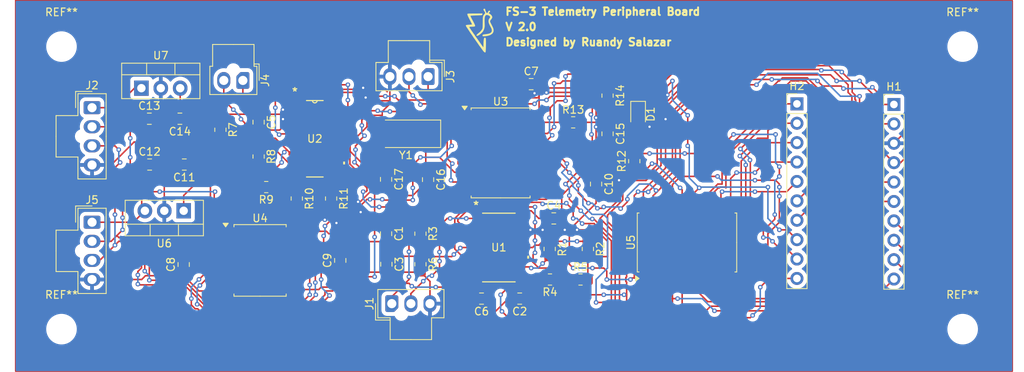
<source format=kicad_pcb>
(kicad_pcb (version 20240108) (generator "pcbnew") (generator_version "8.0")
  (layers (0 "F.Cu" signal) (31 "B.Cu" signal) (34 "B.Paste" user) (35 "F.Paste" user) (36 "B.SilkS" user "B.Silkscreen") (37 "F.SilkS" user "F.Silkscreen") (38 "B.Mask" user) (39 "F.Mask" user) (44 "Edge.Cuts" user))
  (net 0 "")
  (net 1 "Net-(J1-Pin_2)")
  (net 2 "GND")
  (net 3 "Net-(U1-IN+)")
  (net 4 "Net-(C4-Pad1)")
  (net 5 "+3V3")
  (net 6 "+5V")
  (net 7 "+12V")
  (net 8 "Net-(D1-A)")
  (net 9 "PB4")
  (net 10 "PB1")
  (net 11 "PA6")
  (net 12 "PC0")
  (net 13 "PA5")
  (net 14 "PB0")
  (net 15 "PB5")
  (net 16 "PA7")
  (net 17 "CANL")
  (net 18 "CANH")
  (net 19 "/Vin+")
  (net 20 "Net-(U1-TACH-)")
  (net 21 "Net-(U1-EMIT)")
  (net 22 "/Vin-")
  (net 23 "/RG2")
  (net 24 "/RG1")
  (net 25 "UPDI")
  (net 26 "Net-(U3-*RESET)")
  (net 31 "/VrefBG")
  (net 36 "CAN1_TX")
  (net 37 "PA2")
  (net 40 "PA1")
  (net 41 "Net-(U3-OSC2)")
  (net 42 "PA3{slash}SCK")
  (net 46 "CAN1_RX")
  (net 47 "PC3")
  (net 49 "Net-(U3-OSC1)")
  (net 50 "PA4")
  (net 51 "PC2")
  (net 52 "PC1")
  (net 53 "Net-(H2-Pin_2)")
  (net 54 "Net-(H2-Pin_1)")
  (net 55 "Net-(U5-~{RESET}{slash}PA0)")
  (footprint "Capacitor_SMD:C_0805_2012Metric_Pad1.18x1.45mm_HandSolder" (layer "F.Cu") (at 100 65.5 90)
    (property "Reference" "C9")
    (property "Value" "100nF")
  )
  (footprint "Resistor_SMD:R_0805_2012Metric_Pad1.20x1.40mm_HandSolder" (layer "F.Cu") (at 110.5 62 -90)
    (property "Reference" "R3")
    (property "Value" "1K")
  )
  (footprint "Connector_PinHeader_2.54mm:PinHeader_1x10_P2.54mm_Vertical" (layer "F.Cu") (at 159.8 45)
    (property "Reference" "H2")
    (property "Value" "Conn_01x10_MountingPin")
  )
  (footprint "Package_SO:SOIC-18W_7.5x11.6mm_P1.27mm" (layer "F.Cu") (at 121 51.42)
    (property "Reference" "U3")
    (property "Value" "MCP2515-I/SO")
  )
  (footprint "Capacitor_SMD:C_0805_2012Metric_Pad1.18x1.45mm_HandSolder" (layer "F.Cu") (at 106 54.8825 -90)
    (property "Reference" "C17")
    (property "Value" "27 pF")
  )
  (footprint "Package_TO_SOT_THT:TO-220-3_Vertical" (layer "F.Cu") (at 79.5 59 180)
    (property "Reference" "U6")
    (property "Value" "LM7805CV")
  )
  (footprint "Diode_SMD:D_0805_2012Metric" (layer "F.Cu") (at 139 46.3575 -90)
    (property "Reference" "D1")
    (property "Value" "D")
  )
  (footprint "Resistor_SMD:R_0805_2012Metric_Pad1.20x1.40mm_HandSolder" (layer "F.Cu") (at 132.4235 64 -90)
    (property "Reference" "R2")
    (property "Value" "10K")
  )
  (footprint "1FS_2_Global_Footprint_Library:FS_Logo_4LinesTall" (layer "F.Cu") (at 118.5 35.5)
    (property "Reference" "G***" (hide yes))
    (property "Value" "LOGO" (hide yes))
  )
  (footprint "Connector_PinHeader_2.54mm:PinHeader_1x10_P2.54mm_Vertical" (layer "F.Cu") (at 172.5 45.08)
    (property "Reference" "H1")
    (property "Value" "Conn_01x10_MountingPin")
  )
  (footprint "Package_TO_SOT_THT:TO-220-3_Vertical" (layer "F.Cu") (at 73.96 42.945)
    (property "Reference" "U7")
    (property "Value" "LF33CV")
  )
  (footprint "Package_SO:SOP-8_6.62x9.15mm_P2.54mm" (layer "F.Cu") (at 89.5 65.5)
    (property "Reference" "U4")
    (property "Value" "ISO1050DUB")
  )
  (footprint "Capacitor_SMD:C_0805_2012Metric_Pad1.18x1.45mm_HandSolder" (layer "F.Cu") (at 89.3078 47.395 -90)
    (property "Reference" "C5")
    (property "Value" "100nF")
  )
  (footprint "Capacitor_SMD:C_0805_2012Metric_Pad1.18x1.45mm_HandSolder" (layer "F.Cu") (at 123.5 70.5 180)
    (property "Reference" "C2")
    (property "Value" "100nF")
  )
  (footprint "Capacitor_SMD:C_0805_2012Metric_Pad1.18x1.45mm_HandSolder" (layer "F.Cu") (at 106 62 -90)
    (property "Reference" "C1")
    (property "Value" "10pF")
  )
  (footprint "MountingHole:MountingHole_3.5mm" (layer "F.Cu") (at 181.5 37.5)
    (property "Reference" "REF**")
    (property "Value" "MountingHole_3.5mm")
  )
  (footprint "Resistor_SMD:R_0805_2012Metric_Pad1.20x1.40mm_HandSolder" (layer "F.Cu") (at 94.3078 57.395 -90)
    (property "Reference" "R10")
    (property "Value" "~")
  )
  (footprint "Capacitor_SMD:C_0805_2012Metric_Pad1.18x1.45mm_HandSolder" (layer "F.Cu") (at 135 48.92 -90)
    (property "Reference" "C15")
    (property "Value" "100 nF")
  )
  (footprint "Capacitor_SMD:C_0805_2012Metric_Pad1.18x1.45mm_HandSolder" (layer "F.Cu") (at 118.5 70.5 180)
    (property "Reference" "C6")
    (property "Value" "100nF")
  )
  (footprint "Capacitor_SMD:C_0805_2012Metric_Pad1.18x1.45mm_HandSolder" (layer "F.Cu") (at 79.5 66.0375 90)
    (property "Reference" "C8")
    (property "Value" "100nF")
  )
  (footprint "Capacitor_SMD:C_0805_2012Metric_Pad1.18x1.45mm_HandSolder" (layer "F.Cu") (at 79.0025 46.945 180)
    (property "Reference" "C14")
    (property "Value" "2.2uF")
  )
  (footprint "Resistor_SMD:R_0805_2012Metric_Pad1.20x1.40mm_HandSolder" (layer "F.Cu") (at 110.5 66 -90)
    (property "Reference" "R6")
    (property "Value" "22K")
  )
  (footprint "MountingHole:MountingHole_3.5mm" (layer "F.Cu") (at 181.5 74.5)
    (property "Reference" "REF**")
    (property "Value" "MountingHole_3.5mm")
  )
  (footprint "Resistor_SMD:R_0805_2012Metric_Pad1.20x1.40mm_HandSolder" (layer "F.Cu") (at 127.4625 68 180)
    (property "Reference" "R4")
    (property "Value" "100K")
  )
  (footprint "FS_3_Global_Footprint_Library:D16" (layer "F.Cu") (at 96.67 49.57)
    (property "Reference" "U2")
    (property "Value" "INA125U")
  )
  (footprint "Capacitor_SMD:C_0805_2012Metric_Pad1.18x1.45mm_HandSolder" (layer "F.Cu") (at 127.9625 60)
    (property "Reference" "C4")
    (property "Value" "22nF")
  )
  (footprint "Capacitor_SMD:C_0805_2012Metric_Pad1.18x1.45mm_HandSolder" (layer "F.Cu") (at 75.04 52.945)
    (property "Reference" "C12")
    (property "Value" "100nf")
  )
  (footprint "Resistor_SMD:R_0805_2012Metric_Pad1.20x1.40mm_HandSolder" (layer "F.Cu") (at 90.3078 55.895 180)
    (property "Reference" "R9")
    (property "Value" "120")
  )
  (footprint "Resistor_SMD:R_0805_2012Metric_Pad1.20x1.40mm_HandSolder" (layer "F.Cu") (at 135 43.92 -90)
    (property "Reference" "R14")
    (property "Value" "100 Ω")
  )
  (footprint "Molex Nanofit:Molex_Nano-Fit_105309-xx04_1x04_P2.50mm_Vertical" (layer "F.Cu") (at 67.5 60.5)
    (property "Reference" "J5")
    (property "Value" "Tire temp Sensor")
  )
  (footprint "Molex Nanofit:Molex_Nano-Fit_105309-xx02_1x02_P2.50mm_Vertical" (layer "F.Cu") (at 87.25 41.93 -90)
    (property "Reference" "J4")
    (property "Value" "Strain Gauge")
  )
  (footprint "Capacitor_SMD:C_0805_2012Metric_Pad1.18x1.45mm_HandSolder" (layer "F.Cu") (at 111.5 54.92 -90)
    (property "Reference" "C16")
    (property "Value" "27 pF")
  )
  (footprint "Capacitor_SMD:C_0805_2012Metric_Pad1.18x1.45mm_HandSolder" (layer "F.Cu") (at 106.0375 66 -90)
    (property "Reference" "C3")
    (property "Value" "100nF")
  )
  (footprint "Molex Nanofit:Molex_Nano-Fit_105309-xx04_1x04_P2.50mm_Vertical" (layer "F.Cu") (at 67.5 45.5)
    (property "Reference" "J2")
    (property "Value" "Conn_01x04_MountingPin")
  )
  (footprint "Capacitor_SMD:C_0805_2012Metric_Pad1.18x1.45mm_HandSolder" (layer "F.Cu") (at 75.0025 46.945)
    (property "Reference" "C13")
    (property "Value" "100nF")
  )
  (footprint "MountingHole:MountingHole_3.5mm" (layer "F.Cu") (at 63.5 37.5)
    (property "Reference" "REF**")
    (property "Value" "MountingHole_3.5mm")
  )
  (footprint "Resistor_SMD:R_0805_2012Metric_Pad1.20x1.40mm_HandSolder" (layer "F.Cu") (at 131.4625 68)
    (property "Reference" "R5")
    (property "Value" "10K")
  )
  (footprint "Capacitor_SMD:C_0805_2012Metric_Pad1.18x1.45mm_HandSolder" (layer "F.Cu") (at 133.5 55.5 -90)
    (property "Reference" "C10")
    (property "Value" "100nF")
  )
  (footprint "Resistor_SMD:R_0805_2012Metric_Pad1.20x1.40mm_HandSolder" (layer "F.Cu") (at 127.4235 64 -90)
    (property "Reference" "R1")
    (property "Value" "22K")
  )
  (footprint "Resistor_SMD:R_0805_2012Metric_Pad1.20x1.40mm_HandSolder" (layer "F.Cu") (at 138.5 52.5 90)
    (property "Reference" "R12")
    (property "Value" "430")
  )
  (footprint "Resistor_SMD:R_0805_2012Metric_Pad1.20x1.40mm_HandSolder" (layer "F.Cu") (at 130.5 47.42)
    (property "Reference" "R13")
    (property "Value" "10K")
  )
  (footprint "FS_3_Global_Footprint_Library:M14A_TEX" (layer "F.Cu") (at 120.7695 63.81)
    (property "Reference" "U1")
    (property "Value" "LM2907M/NOPB")
  )
  (footprint "Molex Nanofit:Molex_Nano-Fit_105309-xx03_1x03_P2.50mm_Vertical" (layer "F.Cu") (at 111.5 41.43 -90)
    (property "Reference" "J3")
    (property "Value" "Potentiometer")
  )
  (footprint "Resistor_SMD:R_0805_2012Metric_Pad1.20x1.40mm_HandSolder" (layer "F.Cu") (at 84.3078 48.395 -90)
    (property "Reference" "R7")
    (property "Value" "120")
  )
  (footprint "Crystal:Crystal_SMD_5032-2Pin_5.0x3.2mm_HandSoldering" (layer "F.Cu") (at 108.6 48.92 180)
    (property "Reference" "Y1")
    (property "Value" "Crystal")
  )
  (footprint "Capacitor_SMD:C_0805_2012Metric_Pad1.18x1.45mm_HandSolder" (layer "F.Cu") (at 79.5775 52.945 180)
    (property "Reference" "C11")
    (property "Value" "330nf")
  )
  (footprint "Molex Nanofit:Molex_Nano-Fit_105309-xx03_1x03_P2.50mm_Vertical" (layer "F.Cu") (at 106.75 71.16 90)
    (property "Reference" "J1")
    (property "Value" "ATS668LSM")
  )
  (footprint "Resistor_SMD:R_0805_2012Metric_Pad1.20x1.40mm_HandSolder" (layer "F.Cu") (at 89.3078 51.895 -90)
    (property "Reference" "R8")
    (property "Value" "200")
  )
  (footprint "Package_SO:SOIC-20W_7.5x12.8mm_P1.27mm" (layer "F.Cu") (at 145.405 63.15 90)
    (property "Reference" "U5")
    (property "Value" "ATtiny1616-S")
  )
  (footprint "MountingHole:MountingHole_3.5mm" (layer "F.Cu") (at 63.5 74.5)
    (property "Reference" "REF**")
    (property "Value" "MountingHole_3.5mm")
  )
  (footprint "Capacitor_SMD:C_0805_2012Metric_Pad1.18x1.45mm_HandSolder" (layer "F.Cu") (at 125 42.42)
    (property "Reference" "C7")
    (property "Value" "100nF")
  )
  (footprint "Resistor_SMD:R_0805_2012Metric_Pad1.20x1.40mm_HandSolder" (layer "F.Cu") (at 98.8078 57.395 -90)
    (property "Reference" "R11")
    (property "Value" "60.4R")
  )
  (gr_rect (start 57.5 31.5) (end 188 80) (stroke (width 0.2)) (fill none) (layer "F.Cu"))
  (gr_text "V 2.0" (at 121.5 35.5 0) (layer "F.SilkS") (effects (font (size 1 1) (thickness 0.25) (bold yes)) (justify left bottom)))
  (gr_text "FS-3 Telemetry Peripheral Board" (at 121.5 33.5 0) (layer "F.SilkS") (effects (font (size 1 1) (thickness 0.25) (bold yes)) (justify left bottom)))
  (gr_text "Designed by Ruandy Salazar" (at 121.5 37.5 0) (layer "F.SilkS") (effects (font (size 1 1) (thickness 0.25) (bold yes)) (justify left bottom)))
  (segment (start 118.039 60) (end 116.5 60) (width 0.2) (layer "F.Cu") (net 1))
  (segment (start 106 60.9625) (end 110.4625 60.9625) (width 0.2) (layer "F.Cu") (net 1))
  (segment (start 110.4625 60.9625) (end 110.5 61) (width 0.2) (layer "F.Cu") (net 1))
  (segment (start 114 60) (end 113 61) (width 0.2) (layer "F.Cu") (net 1))
  (segment (start 113 61) (end 113 64.4) (width 0.2) (layer "F.Cu") (net 1))
  (segment (start 109.25 69.83862) (end 109.25 71.16) (width 0.2) (layer "F.Cu") (net 1))
  (segment (start 113 66.5) (end 112 67.5) (width 0.2) (layer "F.Cu") (net 1))
  (segment (start 113 61) (end 110.5 61) (width 0.2) (layer "F.Cu") (net 1))
  (segment (start 110.870045 68.218575) (end 109.25 69.83862) (width 0.2) (layer "F.Cu") (net 1))
  (segment (start 113 65.6) (end 113 66.5) (width 0.2) (layer "F.Cu") (net 1))
  (segment (start 114.4 60) (end 114 60) (width 0.2) (layer "F.Cu") (net 1))
  (via (at 113 65.6) (size 0.6) (drill 0.3) (layers "F.Cu" "B.Cu") (net 1))
  (via (at 113 64.4) (size 0.6) (drill 0.3) (layers "F.Cu" "B.Cu") (net 1))
  (via (at 114.4 60) (size 0.6) (drill 0.3) (layers "F.Cu" "B.Cu") (net 1))
  (via (at 116.5 60) (size 0.6) (drill 0.3) (layers "F.Cu" "B.Cu") (net 1))
  (via (at 110.870045 68.218575) (size 0.6) (drill 0.3) (layers "F.Cu" "B.Cu") (net 1))
  (via (at 112 67.5) (size 0.6) (drill 0.3) (layers "F.Cu" "B.Cu") (net 1))
  (segment (start 116.5 60) (end 114.4 60) (width 0.2) (layer "B.Cu") (net 1))
  (segment (start 111.58862 67.5) (end 110.870045 68.218575) (width 0.2) (layer "B.Cu") (net 1))
  (segment (start 113 64.4) (end 113 65.6) (width 0.2) (layer "B.Cu") (net 1))
  (segment (start 112 67.5) (end 111.58862 67.5) (width 0.2) (layer "B.Cu") (net 1))
  (segment (start 105.5 46.5) (end 105.5 46) (width 0.2) (layer "F.Cu") (net 2))
  (segment (start 126.5 70.5) (end 131 70.5) (width 0.2) (layer "F.Cu") (net 2))
  (segment (start 133.5 51.4575) (end 135 49.9575) (width 0.2) (layer "F.Cu") (net 2))
  (segment (start 100 67.5) (end 98.5 69) (width 0.2) (layer "F.Cu") (net 2))
  (segment (start 127.4 57.1) (end 127 57.5) (width 0.2) (layer "F.Cu") (net 2))
  (segment (start 129 60) (end 129 61) (width 0.2) (layer "F.Cu") (net 2))
  (segment (start 103.5 47) (end 104 46.5) (width 0.2) (layer "F.Cu") (net 2))
  (segment (start 76.96 59) (end 76.96 61.04) (width 0.2) (layer "F.Cu") (net 2))
  (segment (start 100.4625 66.5375) (end 100.9625 67.0375) (width 0.2) (layer "F.Cu") (net 2))
  (segment (start 135 65) (end 135 63) (width 0.2) (layer "F.Cu") (net 2))
  (segment (start 141.5 54.5) (end 142.6 53.4) (width 0.2) (layer "F.Cu") (net 2))
  (segment (start 129.4 61.5) (end 128.5 61.5) (width 0.2) (layer "F.Cu") (net 2))
  (segment (start 92.0675 48.4325) (end 89.3078 48.4325) (width 0.2) (layer "F.Cu") (net 2))
  (segment (start 101.295 51.215) (end 101.295 50.205) (width 0.2) (layer "F.Cu") (net 2))
  (segment (start 78.54 52.945) (end 78.54 51.54) (width 0.2) (layer "F.Cu") (net 2))
  (segment (start 106 55.92) (end 107.08 57) (width 0.2) (layer "F.Cu") (net 2))
  (segment (start 105.848529 43.1) (end 94.834315 43.1) (width 0.2) (layer "F.Cu") (net 2))
  (segment (start 83 70.5) (end 83.5 71) (width 0.2) (layer "F.Cu") (net 2))
  (segment (start 76.5 42.945) (end 76.5 45.48) (width 0.2) (layer "F.Cu") (net 2))
  (segment (start 94.025 69.975) (end 94.025 69.31) (width 0.2) (layer "F.Cu") (net 2))
  (segment (start 132.4235 65) (end 132.4235 67.961) (width 0.2) (layer "F.Cu") (net 2))
  (segment (start 133 43.5) (end 127.02 43.5) (width 0.2) (layer "F.Cu") (net 2))
  (segment (start 106.4 44.6) (end 103.75147 44.6) (width 0.2) (layer "F.Cu") (net 2))
  (segment (start 76.0775 52.945) (end 78.54 52.945) (width 0.2) (layer "F.Cu") (net 2))
  (segment (start 93.175734 60.175734) (end 91.5 58.5) (width 0.2) (layer "F.Cu") (net 2))
  (segment (start 92.5 44) (end 92.5 45.7575) (width 0.2) (layer "F.Cu") (net 2))
  (segment (start 132.4235 65) (end 135 65) (width 0.2) (layer "F.Cu") (net 2))
  (segment (start 100 66.5375) (end 100 67.5) (width 0.2) (layer "F.Cu") (net 2))
  (segment (start 132.4235 67.961) (end 132.4625 68) (width 0.2) (layer "F.Cu") (net 2))
  (segment (start 171.5 39.5) (end 176.5 44.5) (width 0.2) (layer "F.Cu") (net 2))
  (segment (start 128.9 57.1) (end 127.4 57.1) (width 0.2) (layer "F.Cu") (net 2))
  (segment (start 83.5 71) (end 93 71) (width 0.2) (layer "F.Cu") (net 2))
  (segment (start 131.5375 54.4625) (end 129 57) (width 0.2) (layer "F.Cu") (net 2))
  (segment (start 128.5 61.5) (end 126.5 61.5) (width 0.2) (layer "F.Cu") (net 2))
  (segment (start 106.0375 67.0375) (end 110.4625 67.0375) (width 0.2) (layer "F.Cu") (net 2))
  (segment (start 129 61) (end 128.5 61.5) (width 0.2) (layer "F.Cu") (net 2))
  (segment (start 101.265735 52.882794) (end 101.882941 53.5) (width 0.2) (layer "F.Cu") (net 2))
  (segment (start 76.5 45.48) (end 77.965 46.945) (width 0.2) (layer "F.Cu") (net 2))
  (segment (start 114 56.5) (end 112.0425 56.5) (width 0.2) (layer "F.Cu") (net 2))
  (segment (start 142.825735 43.825735) (end 147.15147 39.5) (width 0.2) (layer "F.Cu") (net 2))
  (segment (start 77 50) (end 76.04 49.04) (width 0.2) (layer "F.Cu") (net 2))
  (segment (start 133.5 54.4625) (end 133.5 51.5) (width 0.2) (layer "F.Cu") (net 2))
  (segment (start 147.15147 39.5) (end 171.5 39.5) (width 0.2) (layer "F.Cu") (net 2))
  (segment (start 78.54 51.54) (end 77 50) (width 0.2) (layer "F.Cu") (net 2))
  (segment (start 135 63) (end 134.5 62.5) (width 0.2) (layer "F.Cu") (net 2))
  (segment (start 124.9 61.5) (end 123.86 62.54) (width 0.2) (layer "F.Cu") (net 2))
  (segment (start 125.4375 43.606574) (end 125.149074 43.606574) (width 0.2) (layer "F.Cu") (net 2))
  (segment (start 122.4625 70.5) (end 122.4625 72.4625) (width 0.2) (layer "F.Cu") (net 2))
  (segment (start 92.835 47.665) (end 92.5 48) (width 0.2) (layer "F.Cu") (net 2))
  (segment (start 101.882941 53.5) (end 102 53.5) (width 0.2) (layer "F.Cu") (net 2))
  (segment (start 105.5 46) (end 106.5 45) (width 0.2) (layer "F.Cu") (net 2))
  (segment (start 98.5 69) (end 97.5 69) (width 0.2) (layer "F.Cu") (net 2))
  (segment (start 103.5 48) (end 103.5 47) (width 0.2) (layer "F.Cu") (net 2))
  (segment (start 75 67.5) (end 76 67.5) (width 0.2) (layer "F.Cu") (net 2))
  (segment (start 100.9625 67.0375) (end 106.0375 67.0375) (width 0.2) (layer "F.Cu") (net 2))
  (segment (start 93 71) (end 94.025 69.975) (width 0.2) (layer "F.Cu") (net 2))
  (segment (start 109.5 57) (end 110.5425 55.9575) (width 0.2) (layer "F.Cu") (net 2))
  (segment (start 123 73) (end 124.5 73) (width 0.2) (layer "F.Cu") (net 2))
  (segment (start 118 73) (end 119.5 73) (width 0.2) (layer "F.Cu") (net 2))
  (segment (start 104 56.5) (end 103.934314 56.5) (width 0.2) (layer "F.Cu") (net 2))
  (segment (start 76.96 53.8275) (end 76.0775 52.945) (width 0.2) (layer "F.Cu") (net 2))
  (segment (start 129 57) (end 129 60) (width 0.2) (layer "F.Cu") (net 2))
  (segment (start 75 67.5) (end 74.5 67.5) (width 0.2) (layer "F.Cu") (net 2))
  (segment (start 131 70.5) (end 132.4625 69.0375) (width 0.2) (layer "F.Cu") (net 2))
  (segment (start 76.96 61.04) (end 75 63) (width 0.2) (layer "F.Cu") (net 2))
  (segment (start 133.5 51.5) (end 133.5 51.4575) (width 0.2) (layer "F.Cu") (net 2))
  (segment (start 134.5 54) (end 136 54) (width 0.2) (layer "F.Cu") (net 2))
  (segment (start 106.5 45) (end 106.5 44.5) (width 0.2) (layer "F.Cu") (net 2))
  (segment (start 125.149074 43.606574) (end 123.9625 42.42) (width 0.2) (layer "F.Cu") (net 2))
  (segment (start 104 46.5) (end 105.5 46.5) (width 0.2) (layer "F.Cu") (net 2))
  (segment (start 103.75147 44.6) (end 103.325735 44.174265) (width 0.2) (layer "F.Cu") (net 2))
  (segment (start 129 57) (end 128.9 57.1) (width 0.2) (layer "F.Cu") (net 2))
  (segment (start 117 70.5) (end 116.34 71.16) (width 0.2) (layer "F.Cu") (net 2))
  (segment (start 75 63) (end 75 67.5) (width 0.2) (layer "F.Cu") (net 2))
  (segment (start 139.69 56.31) (end 141.5 54.5) (width 0.2) (layer "F.Cu") (net 2))
  (segment (start 106.5 44.5) (end 106.5 41.43) (width 0.2) (layer "F.Cu") (net 2))
  (segment (start 82.69 69.31) (end 83 69.31) (width 0.2) (layer "F.Cu") (net 2))
  (segment (start 102.674265 59.174265) (end 101.24853 60.6) (width 0.2) (layer "F.Cu") (net 2))
  (segment (start 76 67.5) (end 76.425 67.075) (width 0.2) (layer "F.Cu") (net 2))
  (segment (start 117.4625 70.5) (end 117.4625 72.4625) (width 0.2) (layer "F.Cu") (net 2))
  (segment (start 91.5 58.5) (end 89.5 58.5) (width 0.2) (layer "F.Cu") (net 2))
  (segment (start 106.5 44.5) (end 106.4 44.6) (width 0.2) (layer "F.Cu") (net 2))
  (segment (start 103 42.9) (end 105.648529 42.9) (width 0.2) (layer "F.Cu") (net 2))
  (segment (start 119.5 73) (end 122 70.5) (width 0.2) (layer "F.Cu") (net 2))
  (segment (start 122.4625 72.4625) (end 123 73) (width 0.2) (layer "F.Cu") (net 2))
  (segment (start 101.295 51.215) (end 101.265735 51.244265) (width 0.2) (layer "F.Cu") (net 2))
  (segment (start 74 68) (end 67.5 68) (width 0.2) (layer "F.Cu") (net 2))
  (segment (start 74.5 67.5) (end 74 68) (width 0.2) (layer "F.Cu") (net 2))
  (segment (start 82.5 69.5) (end 82.69 69.31) (width 0.2) (layer "F.Cu") (net 2))
  (segment (start 83 69.31) (end 83 70.5) (width 0.2) (layer "F.Cu") (net 2))
  (segment (start 133.5 54.4625) (end 131.5375 54.4625) (width 0.2) (layer "F.Cu") (net 2))
  (segment (start 81.5 69.5) (end 82.5 69.5) (width 0.2) (layer "F.Cu") (net 2))
  (segment (start 176.5 49) (end 173.66 49) (width 0.2) (layer "F.Cu") (net 2))
  (segment (start 97.975737 60.175734) (end 93.175734 60.175734) (width 0.2) (layer "F.Cu") (net 2))
  (segment (start 102 53.5) (end 104 55.5) (width 0.2) (layer "F.Cu") (net 2))
  (segment (start 102.467157 57.967157) (end 102.325735 57.825735) (width 0.2) (layer "F.Cu") (net 2))
  (segment (start 101.265735 51.244265) (end 101.265735 52.882794) (width 0.2) (layer "F.Cu") (net 2))
  (segment (start 92.5 47) (end 92.5 48) (width 0.2) (layer "F.Cu") (net 2))
  (segment (start 106 55.92) (end 101.295 51.215) (width 0.2) (layer "F.Cu") (net 2))
  (segment (start 173.66 49) (end 172.5 50.16) (width 0.2) (layer "F.Cu") (net 2))
  (segment (start 136 54.5) (end 136.5 55) (width 0.2) (layer "F.Cu") (net 2))
  (segment (start 77.965 46.945) (end 76.04 46.945) (width 0.2) (layer "F.Cu") (net 2))
  (segment (start 92.5 48) (end 92.0675 48.4325) (width 0.2) (layer "F.Cu") (net 2))
  (segment (start 79.5 67.5) (end 81.5 69.5) (width 0.2) (layer "F.Cu") (net 2))
  (segment (start 73 50) (end 70 53) (width 0.2) (layer "F.Cu") (net 2))
  (segment (start 117.4625 72.4625) (end 118 73) (width 0.2) (layer "F.Cu") (net 2))
  (segment (start 142.6 53.4) (end 142.6 47) (width 0.2) (layer "F.Cu") (net 2))
  (segment (start 105.648529 42.9) (end 106.148529 43.4) (width 0.2) (layer "F.Cu") (net 2))
  (segment (start 97.19 69.31) (end 94.025 69.31) (width 0.2) (layer "F.Cu") (net 2))
  (segment (start 83 69.31) (end 84.975 69.31) (width 0.2) (layer "F.Cu") (net 2))
  (segment (start 79.5 67.075) (end 79.5 67.5) (width 0.2) (layer "F.Cu") (net 2))
  (segment (start 124.5 73) (end 125 72.5) (width 0.2) (layer "F.Cu") (net 2))
  (segment (start 127 57.5) (end 115 57.5) (width 0.2) (layer "F.Cu") (net 2))
  (segment (start 111.75 68.25) (end 111.75 71.16) (width 0.2) (layer "F.Cu") (net 2))
  (segment (start 89.3078 58.3078) (end 89.3078 55.895) (width 0.2) (layer "F.Cu") (net 2))
  (segment (start 110.5425 55.9575) (end 111.5 55.9575) (width 0.2) (layer "F.Cu") (net 2))
  (segment (start 133.5 54.4625) (end 134.0375 54.4625) (width 0.2) (layer "F.Cu") (net 2))
  (segment (start 100 66.5375) (end 100.4625 66.5375) (width 0.2) (layer "F.Cu") (net 2))
  (segment (start 94.834315 43.1) (end 94.217157 43.717158) (width 0.2) (layer "F.Cu") (net 2))
  (segment (start 101.24853 60.6) (end 99.5 60.6) (width 0.2) (layer "F.Cu") (net 2))
  (segment (start 101.295 50.205) (end 103.5 48) (width 0.2) (layer "F.Cu") (net 2))
  (segment (start 77 50) (end 73 50) (width 0.2) (layer "F.Cu") (net 2))
  (segment (start 89.5 58.5) (end 89.3078 58.3078) (width 0.2) (layer "F.Cu") (net 2))
  (segment (start 133.5 46.82) (end 133.5 44) (width 0.2) (layer "F.Cu") (net 2))
  (segment (start 134.5 62.5) (end 133.5 61.5) (width 0.2) (layer "F.Cu") (net 2))
  (segment (start 140.5 48) (end 138.5425 49.9575) (width 0.2) (layer "F.Cu") (net 2))
  (segment (start 93.934315 44) (end 92.5 44) (width 0.2) (layer "F.Cu") (net 2))
  (segment (start 133.5 44) (end 133 43.5) (width 0.2) (layer "F.Cu") (net 2))
  (segment (start 133.5 51.5) (end 133.5 48.02) (width 0.2) (layer "F.Cu") (net 2))
  (segment (start 76.04 49.04) (end 76.04 46.945) (width 0.2) (layer "F.Cu") (net 2))
  (segment (start 107.08 57) (end 109.5 57) (width 0.2) (layer "F.Cu") (net 2))
  (segment (start 97.5 69) (end 97.19 69.31) (width 0.2) (layer "F.Cu") (net 2))
  (segment (start 125 72) (end 126.5 70.5) (width 0.2) (layer "F.Cu") (net 2))
  (segment (start 136 54) (end 136 54.5) (width 0.2) (layer "F.Cu") (net 2))
  (segment (start 89.3078 52.895) (end 89.3078 55.895) (width 0.2) (layer "F.Cu") (net 2))
  (segment (start 104 55.5) (end 104 56.5) (width 0.2) (layer "F.Cu") (net 2))
  (segment (start 76.96 59) (end 76.96 53.8275) (width 0.2) (layer "F.Cu") (net 2))
  (segment (start 116.35 56.5) (end 114 56.5) (width 0.2) (layer "F.Cu") (net 2))
  (segment (start 125 72.5) (end 125 72) (width 0.2) (layer "F.Cu") (net 2))
  (segment (start 76.425 67.075) (end 79.5 67.075) (width 0.2) (layer "F.Cu") (net 2))
  (segment (start 176.5 44.5) (end 176.5 49) (width 0.2) (layer "F.Cu") (net 2))
  (segment (start 103.934314 56.5) (end 102.467157 57.967157) (width 0.2) (layer "F.Cu") (net 2))
  (segment (start 133.5 61.5) (end 131 61.5) (width 0.2) (layer "F.Cu") (net 2))
  (segment (start 116.34 71.16) (end 111.75 71.16) (width 0.2) (layer "F.Cu") (net 2))
  (segment (start 127.02 43.5) (end 127 43.52) (width 0.2) (layer "F.Cu") (net 2))
  (segment (start 115 57.5) (end 114 56.5) (width 0.2) (layer "F.Cu") (net 2))
  (segment (start 117.4625 70.5) (end 117 70.5) (width 0.2) (layer "F.Cu") (net 2))
  (segment (start 110.4625 67.0375) (end 110.5 67) (width 0.2) (layer "F.Cu") (net 2))
  (segment (start 122 70.5) (end 122.4625 70.5) (width 0.2) (layer "F.Cu") (net 2))
  (segment (start 94.217157 43.717158) (end 93.934315 44) (width 0.2) (layer "F.Cu") (net 2))
  (segment (start 106.148529 43.4) (end 105.848529 43.1) (width 0.2) (layer "F.Cu") (net 2))
  (segment (start 123.86 62.54) (end 123.5 62.54) (width 0.2) (layer "F.Cu") (net 2))
  (segment (start 138.5425 49.9575) (end 135 49.9575) (width 0.2) (layer "F.Cu") (net 2))
  (segment (start 70 53) (end 67.5 53) (width 0.2) (layer "F.Cu") (net 2))
  (segment (start 139.69 58.5) (end 139.69 56.31) (width 0.2) (layer "F.Cu") (net 2))
  (segment (start 112.0425 56.5) (end 111.5 55.9575) (width 0.2) (layer "F.Cu") (net 2))
  (segment (start 94.3078 47.665) (end 92.835 47.665) (width 0.2) (layer "F.Cu") (net 2))
  (segment (start 132.4625 69.0375) (end 132.4625 68) (width 0.2) (layer "F.Cu") (net 2))
  (segment (start 134.0375 54.4625) (end 134.5 54) (width 0.2) (layer "F.Cu") (net 2))
  (segment (start 110.5 67) (end 111.75 68.25) (width 0.2) (layer "F.Cu") (net 2))
  (segment (start 99.0322 50.205) (end 101.295 50.205) (width 0.2) (layer "F.Cu") (net 2))
  (via (at 133.5 46.82) (size 0.6) (drill 0.3) (layers "F.Cu" "B.Cu") (net 2))
  (via (at 102.325735 57.825735) (size 0.6) (drill 0.3) (layers "F.Cu" "B.Cu") (net 2))
  (via (at 103 42.9) (size 0.6) (drill 0.3) (layers "F.Cu" "B.Cu") (net 2))
  (via (at 103.325735 44.174265) (size 0.6) (drill 0.3) (layers "F.Cu" "B.Cu") (net 2))
  (via (at 126.5 61.5) (size 0.6) (drill 0.3) (layers "F.Cu" "B.Cu") (net 2))
  (via (at 97.975737 60.175734) (size 0.6) (drill 0.3) (layers "F.Cu" "B.Cu") (net 2))
  (via (at 142.6 47) (size 0.6) (drill 0.3) (layers "F.Cu" "B.Cu") (net 2))
  (via (at 136.5 55) (size 0.6) (drill 0.3) (layers "F.Cu" "B.Cu") (net 2))
  (via (at 133.5 48.02) (size 0.6) (drill 0.3) (layers "F.Cu" "B.Cu") (net 2))
  (via (at 131 61.5) (size 0.6) (drill 0.3) (layers "F.Cu" "B.Cu") (net 2))
  (via (at 140.5 48) (size 0.6) (drill 0.3) (layers "F.Cu" "B.Cu") (net 2))
  (via (at 92.5 45.7575) (size 0.6) (drill 0.3) (layers "F.Cu" "B.Cu") (net 2))
  (via (at 92.5 47) (size 0.6) (drill 0.3) (layers "F.Cu" "B.Cu") (net 2))
  (via (at 142.825735 43.825735) (size 0.6) (drill 0.3) (layers "F.Cu" "B.Cu") (net 2))
  (via (at 124.9 61.5) (size 0.6) (drill 0.3) (layers "F.Cu" "B.Cu") (net 2))
  (via (at 129.4 61.5) (size 0.6) (drill 0.3) (layers "F.Cu" "B.Cu") (net 2))
  (via (at 102.674265 59.174265) (size 0.6) (drill 0.3) (layers "F.Cu" "B.Cu") (net 2))
  (via (at 125.4375 43.606574) (size 0.6) (drill 0.3) (layers "F.Cu" "B.Cu") (net 2))
  (via (at 99.5 60.6) (size 0.6) (drill 0.3) (layers "F.Cu" "B.Cu") (net 2))
  (via (at 127 43.52) (size 0.6) (drill 0.3) (layers "F.Cu" "B.Cu") (net 2))
  (segment (start 131 61.5) (end 129.4 61.5) (width 0.2) (layer "B.Cu") (net 2))
  (segment (start 99.5 60.6) (end 99.075734 60.175734) (width 0.2) (layer "B.Cu") (net 2))
  (segment (start 141.5 47) (end 140.5 48) (width 0.2) (layer "B.Cu") (net 2))
  (segment (start 125.524074 43.52) (end 125.4375 43.606574) (width 0.2) (layer "B.Cu") (net 2))
  (segment (start 103.325735 44.174265) (end 103.325735 43.225735) (width 0.2) (layer "B.Cu") (net 2))
  (segment (start 102.325735 58.825735) (end 102.674265 59.174265) (width 0.2) (layer "B.Cu") (net 2))
  (segment (start 142.6 47) (end 141.5 47) (width 0.2) (layer "B.Cu") (net 2))
  (segment (start 103.325735 43.225735) (end 103 42.9) (width 0.2) (layer "B.Cu") (net 2))
  (segment (start 133.5 48.02) (end 133.5 46.82) (width 0.2) (layer "B.Cu") (net 2))
  (segment (start 127 43.52) (end 125.524074 43.52) (width 0.2) (layer "B.Cu") (net 2))
  (segment (start 99.075734 60.175734) (end 97.975737 60.175734) (width 0.2) (layer "B.Cu") (net 2))
  (segment (start 142.6 47) (end 142.6 44.05147) (width 0.2) (layer "B.Cu") (net 2))
  (segment (start 126.5 61.5) (end 124.9 61.5) (width 0.2) (layer "B.Cu") (net 2))
  (segment (start 102.325735 57.825735) (end 102.325735 58.825735) (width 0.2) (layer "B.Cu") (net 2))
  (segment (start 92.5 45.7575) (end 92.5 47) (width 0.2) (layer "B.Cu") (net 2))
  (segment (start 142.6 44.05147) (end 142.825735 43.825735) (width 0.2) (layer "B.Cu") (net 2))
  (segment (start 110.4625 64.9625) (end 110.5 65) (width 0.2) (layer "F.Cu") (net 3))
  (segment (start 114.6 65) (end 110.5 65) (width 0.2) (layer "F.Cu") (net 3))
  (segment (start 114.875735 64.724265) (end 114.6 65) (width 0.2) (layer "F.Cu") (net 3))
  (segment (start 118.039 63.81) (end 115.79 63.81) (width 0.2) (layer "F.Cu") (net 3))
  (segment (start 106.0375 64.9625) (end 110.4625 64.9625) (width 0.2) (layer "F.Cu") (net 3))
  (segment (start 115.79 63.81) (end 115.724265 63.875735) (width 0.2) (layer "F.Cu") (net 3))
  (segment (start 118.039 62.54) (end 118.039 63.81) (width 0.2) (layer "F.Cu") (net 3))
  (via (at 115.724265 63.875735) (size 0.6) (drill 0.3) (layers "F.Cu" "B.Cu") (net 3))
  (via (at 114.875735 64.724265) (size 0.6) (drill 0.3) (layers "F.Cu" "B.Cu") (net 3))
  (segment (start 115.724265 63.875735) (end 114.875735 64.724265) (width 0.2) (layer "B.Cu") (net 3))
  (segment (start 126.925 60) (end 126 60) (width 0.2) (layer "F.Cu") (net 4))
  (segment (start 115.4 60.4) (end 116.27 61.27) (width 0.2) (layer "F.Cu") (net 4))
  (segment (start 115.4 60.165686) (end 115.4 60.4) (width 0.2) (layer "F.Cu") (net 4))
  (segment (start 116.565686 59) (end 115.4 60.165686) (width 0.2) (layer "F.Cu") (net 4))
  (segment (start 125 59) (end 116.565686 59) (width 0.2) (layer "F.Cu") (net 4))
  (segment (start 126 60) (end 125 59) (width 0.2) (layer "F.Cu") (net 4))
  (segment (start 116.27 61.27) (end 118.039 61.27) (width 0.2) (layer "F.Cu") (net 4))
  (segment (start 126.5375 42.92) (end 126.0375 42.42) (width 0.2) (layer "F.Cu") (net 5))
  (segment (start 94.2703 46.3575) (end 94.3078 46.395) (width 0.2) (layer "F.Cu") (net 5))
  (segment (start 89.3078 46.3575) (end 85.3453 46.3575) (width 0.2) (layer "F.Cu") (net 5))
  (segment (start 137 42) (end 136.5 42) (width 0.2) (layer "F.Cu") (net 5))
  (segment (start 81.5 65) (end 79.5 65) (width 0.2) (layer "F.Cu") (net 5))
  (segment (start 123.706574 44.206574) (end 125.830926 44.206574) (width 0.2) (layer "F.Cu") (net 5))
  (segment (start 83.19 61.69) (end 84.975 61.69) (width 0.2) (layer "F.Cu") (net 5))
  (segment (start 103.5 43.5) (end 104 44) (width 0.2) (layer "F.Cu") (net 5))
  (segment (start 82.5 62.38) (end 82.5 64) (width 0.2) (layer "F.Cu") (net 5))
  (segment (start 83 61.5) (end 83.19 61.69) (width 0.2) (layer "F.Cu") (net 5))
  (segment (start 94.5 44) (end 95.5 44) (width 0.2) (layer "F.Cu") (net 5))
  (segment (start 94.3078 45.125) (end 94.3078 46.395) (width 0.2) (layer "F.Cu") (net 5))
  (segment (start 96 43.5) (end 103.5 43.5) (width 0.2) (layer "F.Cu") (net 5))
  (segment (start 135 42.92) (end 126.5375 42.92) (width 0.2) (layer "F.Cu") (net 5))
  (segment (start 85.3453 46.3575) (end 84.3078 47.395) (width 0.2) (layer "F.Cu") (net 5))
  (segment (start 89.3078 46.3575) (end 89.3078 46.3078) (width 0.2) (layer "F.Cu") (net 5))
  (segment (start 89.3078 46.3575) (end 94.2703 46.3575) (width 0.2) (layer "F.Cu") (net 5))
  (segment (start 107.6 44.5) (end 111 44.5) (width 0.2) (layer "F.Cu") (net 5))
  (segment (start 79.04 45.945) (end 80.04 46.945) (width 0.2) (layer "F.Cu") (net 5))
  (segment (start 87.25 44.25) (end 87.25 41.93) (width 0.2) (layer "F.Cu") (net 5))
  (segment (start 111 44.5) (end 111.5 44) (width 0.2) (layer "F.Cu") (net 5))
  (segment (start 83 47.395) (end 80.49 47.395) (width 0.2) (layer "F.Cu") (net 5))
  (segment (start 125.830926 44.206574) (end 126.0375 44) (width 0.2) (layer "F.Cu") (net 5))
  (segment (start 107.1 44) (end 107.6 44.5) (width 0.2) (layer "F.Cu") (net 5))
  (segment (start 82.5 64) (end 81.5 65) (width 0.2) (layer "F.Cu") (net 5))
  (segment (start 104 44) (end 105.9 44) (width 0.2) (layer "F.Cu") (net 5))
  (segment (start 84.3078 47.395) (end 83 47.395) (width 0.2) (layer "F.Cu") (net 5))
  (segment (start 135.58 42.92) (end 135 42.92) (width 0.2) (layer "F.Cu") (net 5))
  (segment (start 123.5 44) (end 123.706574 44.206574) (width 0.2) (layer "F.Cu") (net 5))
  (segment (start 95.5 44) (end 96 43.5) (width 0.2) (layer "F.Cu") (net 5))
  (segment (start 137.5 43.92) (end 137.5 42.5) (width 0.2) (layer "F.Cu") (net 5))
  (segment (start 83 47.395) (end 83 61.5) (width 0.2) (layer "F.Cu") (net 5))
  (segment (start 111.5 44) (end 123.5 44) (width 0.2) (layer "F.Cu") (net 5))
  (segment (start 79.04 42.945) (end 79.04 45.945) (width 0.2) (layer "F.Cu") (net 5))
  (segment (start 136.5 42) (end 135.58 42.92) (width 0.2) (layer "F.Cu") (net 5))
  (segment (start 83.19 61.69) (end 82.5 62.38) (width 0.2) (layer "F.Cu") (net 5))
  (segment (start 111.5 44) (end 111.5 41.43) (width 0.2) (layer "F.Cu") (net 5))
  (segment (start 137.5 42.5) (end 137 42) (width 0.2) (layer "F.Cu") (net 5))
  (segment (start 80.49 47.395) (end 80.04 46.945) (width 0.2) (layer "F.Cu") (net 5))
  (segment (start 94.3078 45.125) (end 94.3078 44.1922) (width 0.2) (layer "F.Cu") (net 5))
  (segment (start 126.0375 42.42) (end 126.0375 44) (width 0.2) (layer "F.Cu") (net 5))
  (segment (start 94.3078 44.1922) (end 94.5 44) (width 0.2) (layer "F.Cu") (net 5))
  (segment (start 126.0375 45.9525) (end 125.65 46.34) (width 0.2) (layer "F.Cu") (net 5))
  (segment (start 139 45.42) (end 137.5 43.92) (width 0.2) (layer "F.Cu") (net 5))
  (segment (start 126.0375 44) (end 126.0375 45.9525) (width 0.2) (layer "F.Cu") (net 5))
  (segment (start 89.3078 46.3078) (end 87.25 44.25) (width 0.2) (layer "F.Cu") (net 5))
  (via (at 105.9 44) (size 0.6) (drill 0.3) (layers "F.Cu" "B.Cu") (net 5))
  (via (at 107.1 44) (size 0.6) (drill 0.3) (layers "F.Cu" "B.Cu") (net 5))
  (segment (start 105.9 44) (end 107.1 44) (width 0.2) (layer "B.Cu") (net 5))
  (segment (start 109 63.0375) (end 110.4625 63.0375) (width 0.2) (layer "F.Cu") (net 6))
  (segment (start 126.5235 65.9) (end 127.4235 65) (width 0.2) (layer "F.Cu") (net 6))
  (segment (start 164.2 41.2) (end 165 42) (width 0.2) (layer "F.Cu") (net 6))
  (segment (start 143.5 46) (end 148.3 41.2) (width 0.2) (layer "F.Cu") (net 6))
  (segment (start 106.75 70.25) (end 106.75 71.16) (width 0.2) (layer "F.Cu") (net 6))
  (segment (start 67.5 60.5) (end 72.92 60.5) (width 0.2) (layer "F.Cu") (net 6))
  (segment (start 98.19 61.69) (end 94.025 61.69) (width 0.2) (layer "F.Cu") (net 6))
  (segment (start 76.36 56.5) (end 74.0025 56.5) (width 0.2) (layer "F.Cu") (net 6))
  (segment (start 123.5 66.35) (end 124.85 66.35) (width 0.2) (layer "F.Cu") (net 6))
  (segment (start 138.5 57) (end 139 56.5) (width 0.2) (layer "F.Cu") (net 6))
  (segment (start 130 65) (end 127.4235 65) (width 0.2) (layer "F.Cu") (net 6))
  (segment (start 134.5 66.5) (end 133.0235 66.5) (width 0.2) (layer "F.Cu") (net 6))
  (segment (start 109.370045 68.870045) (end 109 68.5) (width 0.2) (layer "F.Cu") (net 6))
  (segment (start 109 68) (end 108.5 68.5) (width 0.2) (layer "F.Cu") (net 6))
  (segment (start 123.5 67.62) (end 123.5 66.35) (width 0.2) (layer "F.Cu") (net 6))
  (segment (start 134.9 66.9) (end 134.5 66.5) (width 0.2) (layer "F.Cu") (net 6))
  (segment (start 130 66) (end 130 65) (width 0.2) (layer "F.Cu") (net 6))
  (segment (start 100.5375 63.0375) (end 100 62.5) (width 0.2) (layer "F.Cu") (net 6))
  (segment (start 133.5 58) (end 130 61.5) (width 0.2) (layer "F.Cu") (net 6))
  (segment (start 133.5 56.5375) (end 133.5 58) (width 0.2) (layer "F.Cu") (net 6))
  (segment (start 138.5 67.8) (end 138.5 57) (width 0.2) (layer "F.Cu") (net 6))
  (segment (start 148.3 41.2) (end 164.2 41.2) (width 0.2) (layer "F.Cu") (net 6))
  (segment (start 74.0025 58.5825) (end 74.42 59) (width 0.2) (layer "F.Cu") (net 6))
  (segment (start 100 62.5) (end 99.5 62) (width 0.2) (layer "F.Cu") (net 6))
  (segment (start 83.5 59) (end 83.5 56.6) (width 0.2) (layer "F.Cu") (net 6))
  (segment (start 170 44) (end 170 46.5) (width 0.2) (layer "F.Cu") (net 6))
  (segment (start 99.5 62) (end 98.5 62) (width 0.2) (layer "F.Cu") (net 6))
  (segment (start 109 68.5) (end 108.5 68.5) (width 0.2) (layer "F.Cu") (net 6))
  (segment (start 134.9 68) (end 134.9 66.9) (width 0.2) (layer "F.Cu") (net 6))
  (segment (start 91 59) (end 83.5 59) (width 0.2) (layer "F.Cu") (net 6))
  (segment (start 168 42) (end 170 44) (width 0.2) (layer "F.Cu") (net 6))
  (segment (start 123.5 68) (end 123 68.5) (width 0.2) (layer "F.Cu") (net 6))
  (segment (start 130 61.5) (end 130 65) (width 0.2) (layer "F.Cu") (net 6))
  (segment (start 94.025 61.69) (end 91.335 59) (width 0.2) (layer "F.Cu") (net 6))
  (segment (start 123 68.5) (end 120.5 68.5) (width 0.2) (layer "F.Cu") (net 6))
  (segment (start 83.5 56.6) (end 83.6 56.5) (width 0.2) (layer "F.Cu") (net 6))
  (segment (start 130.5 66.5) (end 130 66) (width 0.2) (layer "F.Cu") (net 6))
  (segment (start 138.5 67.8) (end 138.2 67.8) (width 0.2) (layer "F.Cu") (net 6))
  (segment (start 123.5 67.62) (end 123.5 68) (width 0.2) (layer "F.Cu") (net 6))
  (segment (start 108.5 68.5) (end 106.75 70.25) (width 0.2) (layer "F.Cu") (net 6))
  (segment (start 109 63.0375) (end 109 64.3625) (width 0.2) (layer "F.Cu") (net 6))
  (segment (start 171.12 47.62) (end 172.5 47.62) (width 0.2) (layer "F.Cu") (net 6))
  (segment (start 106 63.0375) (end 109 63.0375) (width 0.2) (layer "F.Cu") (net 6))
  (segment (start 110.4625 63.0375) (end 110.5 63) (width 0.2) (layer "F.Cu") (net 6))
  (segment (start 170 46.5) (end 171.12 47.62) (width 0.2) (layer "F.Cu") (net 6))
  (segment (start 139.69 67.8) (end 138.5 67.8) (width 0.2) (layer "F.Cu") (net 6))
  (segment (start 100 64.4625) (end 100 62.5) (width 0.2) (layer "F.Cu") (net 6))
  (segment (start 91.335 59) (end 91 59) (width 0.2) (layer "F.Cu") (net 6))
  (segment (start 119.5375 69.4625) (end 119.5375 70.5) (width 0.2) (layer "F.Cu") (net 6))
  (segment (start 98.5 62) (end 98.19 61.69) (width 0.2) (layer "F.Cu") (net 6))
  (segment (start 124.85 66.35) (end 125 66.5) (width 0.2) (layer "F.Cu") (net 6))
  (segment (start 109 67.6375) (end 109 68) (width 0.2) (layer "F.Cu") (net 6))
  (segment (start 114.5 69) (end 112.5 69) (width 0.2) (layer "F.Cu") (net 6))
  (segment (start 74.0025 52.945) (end 74.0025 56.5) (width 0.2) (layer "F.Cu") (net 6))
  (segment (start 140.319265 56.529265) (end 143.5 53.34853) (width 0.2) (layer "F.Cu") (net 6))
  (segment (start 120.5 68.5) (end 119.5375 69.4625) (width 0.2) (layer "F.Cu") (net 6))
  (segment (start 143.5 53.34853) (end 143.5 46) (width 0.2) (layer "F.Cu") (net 6))
  (segment (start 106 63.0375) (end 100.5375 63.0375) (width 0.2) (layer "F.Cu") (net 6))
  (segment (start 119.5375 69.4625) (end 114.9625 69.4625) (width 0.2) (layer "F.Cu") (net 6))
  (segment (start 126.5 65.9) (end 126.5235 65.9) (width 0.2) (layer "F.Cu") (net 6))
  (segment (start 74.0025 56.5) (end 74.0025 58.5825) (width 0.2) (layer "F.Cu") (net 6))
  (segment (start 114.9625 69.4625) (end 114.5 69) (width 0.2) (layer "F.Cu") (net 6))
  (segment (start 138.2 67.8) (end 138 68) (width 0.2) (layer "F.Cu") (net 6))
  (segment (start 72.92 60.5) (end 74.42 59) (width 0.2) (layer "F.Cu") (net 6))
  (via (at 140.319265 56.529265) (size 0.6) (drill 0.3) (layers "F.Cu" "B.Cu") (net 6))
  (via (at 125 66.5) (size 0.6) (drill 0.3) (layers "F.Cu" "B.Cu") (net 6))
  (via (at 126.5 65.9) (size 0.6) (drill 0.3) (layers "F.Cu" "B.Cu") (net 6))
  (via (at 83.6 56.5) (size 0.6) (drill 0.3) (layers "F.Cu" "B.Cu") (net 6))
  (via (at 109.370045 68.870045) (size 0.6) (drill 0.3) (layers "F.Cu" "B.Cu") (net 6))
  (via (at 139 56.5) (size 0.6) (drill 0.3) (layers "F.Cu" "B.Cu") (net 6))
  (via (at 138 68) (size 0.6) (drill 0.3) (layers "F.Cu" "B.Cu") (net 6))
  (via (at 168 42) (size 0.6) (drill 0.3) (layers "F.Cu" "B.Cu") (net 6))
  (via (at 134.9 68) (size 0.6) (drill 0.3) (layers "F.Cu" "B.Cu") (net 6))
  (via (at 76.36 56.5) (size 0.6) (drill 0.3) (layers "F.Cu" "B.Cu") (net 6))
  (via (at 130.5 66.5) (size 0.6) (drill 0.3) (layers "F.Cu" "B.Cu") (net 6))
  (via (at 109 64.3625) (size 0.6) (drill 0.3) (layers "F.Cu" "B.Cu") (net 6))
  (via (at 112.5 69) (size 0.6) (drill 0.3) (layers "F.Cu" "B.Cu") (net 6))
  (via (at 133.0235 66.5) (size 0.6) (drill 0.3) (layers "F.Cu" "B.Cu") (net 6))
  (via (at 109 67.6375) (size 0.6) (drill 0.3) (layers "F.Cu" "B.Cu") (net 6))
  (via (at 165 42) (size 0.6) (drill 0.3) (layers "F.Cu" "B.Cu") (net 6))
  (segment (start 112.5 69) (end 109.5 69) (width 0.2) (layer "B.Cu") (net 6))
  (segment (start 109 64.3625) (end 109 67.6375) (width 0.2) (layer "B.Cu") (net 6))
  (segment (start 125 66.5) (end 125.9 66.5) (width 0.2) (layer "B.Cu") (net 6))
  (segment (start 139 56.5) (end 140.29 56.5) (width 0.2) (layer "B.Cu") (net 6))
  (segment (start 109.5 69) (end 109.370045 68.870045) (width 0.2) (layer "B.Cu") (net 6))
  (segment (start 125.9 66.5) (end 126.5 65.9) (width 0.2) (layer "B.Cu") (net 6))
  (segment (start 83.6 56.5) (end 76.36 56.5) (width 0.2) (layer "B.Cu") (net 6))
  (segment (start 165 42) (end 168 42) (width 0.2) (layer "B.Cu") (net 6))
  (segment (start 133.0235 66.5) (end 130.5 66.5) (width 0.2) (layer "B.Cu") (net 6))
  (segment (start 140.29 56.5) (end 140.319265 56.529265) (width 0.2) (layer "B.Cu") (net 6))
  (segment (start 138 68) (end 134.9 68) (width 0.2) (layer "B.Cu") (net 6))
  (segment (start 71.945 46.945) (end 70.5 45.5) (width 0.2) (layer "F.Cu") (net 7))
  (segment (start 73.965 46.945) (end 71.945 46.945) (width 0.2) (layer "F.Cu") (net 7))
  (segment (start 79.5 57) (end 82.5 54) (width 0.2) (layer "F.Cu") (net 7))
  (segment (start 79.5 59) (end 79.5 57) (width 0.2) (layer "F.Cu") (net 7))
  (segment (start 73.96 42.945) (end 73.055 42.945) (width 0.2) (layer "F.Cu") (net 7))
  (segment (start 82.5 54) (end 82.5 53) (width 0.2) (layer "F.Cu") (net 7))
  (segment (start 70.5 45.5) (end 67.5 45.5) (width 0.2) (layer "F.Cu") (net 7))
  (segment (start 82 53) (end 81.945 52.945) (width 0.2) (layer "F.Cu") (net 7))
  (segment (start 73.055 42.945) (end 70.5 45.5) (width 0.2) (layer "F.Cu") (net 7))
  (segment (start 82.5 53) (end 82 53) (width 0.2) (layer "F.Cu") (net 7))
  (segment (start 81.945 52.945) (end 80.615 52.945) (width 0.2) (layer "F.Cu") (net 7))
  (segment (start 136.5 46.5) (end 135 46.5) (width 0.2) (layer "F.Cu") (net 8))
  (segment (start 137.295 47.295) (end 136.5 46.5) (width 0.2) (layer "F.Cu") (net 8))
  (segment (start 135 44.92) (end 135 46.5) (width 0.2) (layer "F.Cu") (net 8))
  (segment (start 135 46.5) (end 135 47.8825) (width 0.2) (layer "F.Cu") (net 8))
  (segment (start 134.155 47.42) (end 131.5 47.42) (width 0.2) (layer "F.Cu") (net 8))
  (segment (start 139 47.295) (end 137.295 47.295) (width 0.2) (layer "F.Cu") (net 8))
  (segment (start 135 47.8825) (end 134.6175 47.8825) (width 0.2) (layer "F.Cu") (net 8))
  (segment (start 134.6175 47.8825) (end 134.155 47.42) (width 0.2) (layer "F.Cu") (net 8))
  (segment (start 169.94 70.5) (end 172.5 67.94) (width 0.2) (layer "F.Cu") (net 9))
  (segment (start 147.31 68.824999) (end 148.985001 70.5) (width 0.2) (layer "F.Cu") (net 9))
  (segment (start 148.985001 70.5) (end 169.94 70.5) (width 0.2) (layer "F.Cu") (net 9))
  (segment (start 147.31 67.8) (end 147.31 68.824999) (width 0.2) (layer "F.Cu") (net 9))
  (segment (start 152.5 68.5) (end 152.5 52.5) (width 0.2) (layer "F.Cu") (net 10))
  (segment (start 154.92 50.08) (end 159.8 50.08) (width 0.2) (layer "F.Cu") (net 10))
  (segment (start 151.82 68.5) (end 152.5 68.5) (width 0.2) (layer "F.Cu") (net 10))
  (segment (start 152.5 52.5) (end 154.92 50.08) (width 0.2) (layer "F.Cu") (net 10))
  (segment (start 151.12 67.8) (end 151.82 68.5) (width 0.2) (layer "F.Cu") (net 10))
  (segment (start 133 52) (end 133 50) (width 0.2) (layer "F.Cu") (net 11))
  (segment (start 109 43.4) (end 109 41.43) (width 0.2) (layer "F.Cu") (net 11))
  (segment (start 132.934314 44) (end 127.5 44) (width 0.2) (layer "F.Cu") (net 11))
  (segment (start 149 72.1) (end 173.531372 72.1) (width 0.2) (layer "F.Cu") (net 11))
  (segment (start 133.205637 60.074265) (end 133 60.074265) (width 0.2) (layer "F.Cu") (net 11))
  (segment (start 143.5 70.5) (end 143.5 71.934314) (width 0.2) (layer "F.Cu") (net 11))
  (segment (start 131.5 59) (end 130 57.5) (width 0.2) (layer "F.Cu") (net 11))
  (segment (start 142.834314 72.6) (end 137.165686 72.6) (width 0.2) (layer "F.Cu") (net 11))
  (segment (start 129.5 55.5) (end 133 52) (width 0.2) (layer "F.Cu") (net 11))
  (segment (start 127.5 44) (end 127 44.5) (width 0.2) (layer "F.Cu") (net 11))
  (segment (start 143.5 70.5) (end 144.17 70.5) (width 0.2) (layer "F.Cu") (net 11))
  (segment (start 173.531372 72.1) (end 176 69.631372) (width 0.2) (layer "F.Cu") (net 11))
  (segment (start 132.967157 44.032843) (end 132.934314 44) (width 0.2) (layer "F.Cu") (net 11))
  (segment (start 132.826181 46.388756) (end 133 46.214937) (width 0.2) (layer "F.Cu") (net 11))
  (segment (start 143.5 67.8) (end 143.5 70.5) (width 0.2) (layer "F.Cu") (net 11))
  (segment (start 133 50) (end 133 49.1) (width 0.2) (layer "F.Cu") (net 11))
  (segment (start 125.5 45) (end 110.6 45) (width 0.2) (layer "F.Cu") (net 11))
  (segment (start 136 71.434314) (end 136 62.868628) (width 0.2) (layer "F.Cu") (net 11))
  (segment (start 176 69.631372) (end 176 63.82) (width 0.2) (layer "F.Cu") (net 11))
  (segment (start 125.4375 45) (end 125.5 45) (width 0.2) (layer "F.Cu") (net 11))
  (segment (start 133 46.214937) (end 133 44.065686) (width 0.2) (layer "F.Cu") (net 11))
  (segment (start 110.6 45) (end 110.5 45.1) (width 0.2) (layer "F.Cu") (net 11))
  (segment (start 130 57.5) (end 130 57) (width 0.2) (layer "F.Cu") (net 11))
  (segment (start 133 44.065686) (end 132.967157 44.032843) (width 0.2) (layer "F.Cu") (net 11))
  (segment (start 136 62.868628) (end 133.205637 60.074265) (width 0.2) (layer "F.Cu") (net 11))
  (segment (start 137.165686 72.6) (end 136 71.434314) (width 0.2) (layer "F.Cu") (net 11))
  (segment (start 176 63.82) (end 172.5 60.32) (width 0.2) (layer "F.Cu") (net 11))
  (segment (start 143.5 71.934314) (end 142.834314 72.6) (width 0.2) (layer "F.Cu") (net 11))
  (segment (start 109.5 43.9) (end 109 43.4) (width 0.2) (layer "F.Cu") (net 11))
  (segment (start 133 49.1) (end 132.9 49) (width 0.2) (layer "F.Cu") (net 11))
  (via (at 133 60.074265) (size 0.6) (drill 0.3) (layers "F.Cu" "B.Cu") (net 11))
  (via (at 130 57) (size 0.6) (drill 0.3) (layers "F.Cu" "B.Cu") (net 11))
  (via (at 129.5 55.5) (size 0.6) (drill 0.3) (layers "F.Cu" "B.Cu") (net 11))
  (via (at 109.5 43.9) (size 0.6) (drill 0.3) (layers "F.Cu" "B.Cu") (net 11))
  (via (at 127 44.5) (size 0.6) (drill 0.3) (layers "F.Cu" "B.Cu") (net 11))
  (via (at 125.4375 45) (size 0.6) (drill 0.3) (layers "F.Cu" "B.Cu") (net 11))
  (via (at 110.5 45.1) (size 0.6) (drill 0.3) (layers "F.Cu" "B.Cu") (net 11))
  (via (at 131.5 59) (size 0.6) (drill 0.3) (layers "F.Cu" "B.Cu") (net 11))
  (via (at 144.17 70.5) (size 0.6) (drill 0.3) (layers "F.Cu" "B.Cu") (net 11))
  (via (at 132.9 49) (size 0.6) (drill 0.3) (layers "F.Cu" "B.Cu") (net 11))
  (via (at 149 72.1) (size 0.6) (drill 0.3) (layers "F.Cu" "B.Cu") (net 11))
  (via (at 132.826181 46.388756) (size 0.6) (drill 0.3) (layers "F.Cu" "B.Cu") (net 11))
  (segment (start 132.9 49) (end 132.9 46.462575) (width 0.2) (layer "B.Cu") (net 11))
  (segment (start 130 56) (end 129.5 55.5) (width 0.2) (layer "B.Cu") (net 11))
  (segment (start 125.9375 44.5) (end 125.4375 45) (width 0.2) (layer "B.Cu") (net 11))
  (segment (start 110.5 45.1) (end 110.5 44.9) (width 0.2) (layer "B.Cu") (net 11))
  (segment (start 144.17 70.5) (end 147.4 70.5) (width 0.2) (layer "B.Cu") (net 11))
  (segment (start 133 60.074265) (end 132.574265 60.074265) (width 0.2) (layer "B.Cu") (net 11))
  (segment (start 132.574265 60.074265) (end 131.5 59) (width 0.2) (layer "B.Cu") (net 11))
  (segment (start 110.5 44.9) (end 109.5 43.9) (width 0.2) (layer "B.Cu") (net 11))
  (segment (start 130 57) (end 130 56) (width 0.2) (layer "B.Cu") (net 11))
  (segment (start 147.4 70.5) (end 149 72.1) (width 0.2) (layer "B.Cu") (net 11))
  (segment (start 132.9 46.462575) (end 132.826181 46.388756) (width 0.2) (layer "B.Cu") (net 11))
  (segment (start 127 44.5) (end 125.9375 44.5) (width 0.2) (layer "B.Cu") (net 11))
  (segment (start 154.3 56.5) (end 158.46 56.5) (width 0.2) (layer "F.Cu") (net 12))
  (segment (start 158.46 56.5) (end 159.8 55.16) (width 0.2) (layer "F.Cu") (net 12))
  (segment (start 149.85 58.5) (end 149.85 56.65) (width 0.2) (layer "F.Cu") (net 12))
  (segment (start 149.85 56.65) (end 150 56.5) (width 0.2) (layer "F.Cu") (net 12))
  (via (at 154.3 56.5) (size 0.6) (drill 0.3) (layers "F.Cu" "B.Cu") (net 12))
  (via (at 150 56.5) (size 0.6) (drill 0.3) (layers "F.Cu" "B.Cu") (net 12))
  (segment (start 150 56.5) (end 154.3 56.5) (width 0.2) (layer "B.Cu") (net 12))
  (segment (start 138 54.5) (end 140 54.5) (width 0.2) (layer "F.Cu") (net 13))
  (segment (start 136.565686 62.549036) (end 134.016649 59.999999) (width 0.2) (layer "F.Cu") (net 13))
  (segment (start 166.5 42.5) (end 166.5 43.5) (width 0.2) (layer "F.Cu") (net 13))
  (segment (start 141.5 46) (end 147.5 40) (width 0.2) (layer "F.Cu") (net 13))
  (segment (start 140 54.5) (end 141.5 53) (width 0.2) (layer "F.Cu") (net 13))
  (segment (start 139.565686 72) (end 137.131372 72) (width 0.2) (layer "F.Cu") (net 13))
  (segment (start 142.23 67.8) (end 142.23 68.295686) (width 0.2) (layer "F.Cu") (net 13))
  (segment (start 141.5 53) (end 141.5 46) (width 0.2) (layer "F.Cu") (net 13))
  (segment (start 136.565686 71.434314) (end 136.565686 62.549036) (width 0.2) (layer "F.Cu") (net 13))
  (segment (start 137.131372 72) (end 136.565686 71.434314) (width 0.2) (layer "F.Cu") (net 13))
  (segment (start 136.5 57.516648) (end 136.5 56) (width 0.2) (layer "F.Cu") (net 13))
  (segment (start 166.5 43.5) (end 167 44) (width 0.2) (layer "F.Cu") (net 13))
  (segment (start 164 40) (end 166.5 42.5) (width 0.2) (layer "F.Cu") (net 13))
  (segment (start 169.78 57.78) (end 172.5 57.78) (width 0.2) (layer "F.Cu") (net 13))
  (segment (start 136.5 56) (end 138 54.5) (width 0.2) (layer "F.Cu") (net 13))
  (segment (start 167 44) (end 167 55) (width 0.2) (layer "F.Cu") (net 13))
  (segment (start 147.5 40) (end 164 40) (width 0.2) (layer "F.Cu") (net 13))
  (segment (start 167 55) (end 169.78 57.78) (width 0.2) (layer "F.Cu") (net 13))
  (segment (start 142.23 68.295686) (end 142 68.525686) (width 0.2) (layer "F.Cu") (net 13))
  (segment (start 142.23 69.335686) (end 139.565686 72) (width 0.2) (layer "F.Cu") (net 13))
  (segment (start 142.23 67.8) (end 142.23 69.335686) (width 0.2) (layer "F.Cu") (net 13))
  (segment (start 134.016649 59.999999) (end 136.5 57.516648) (width 0.2) (layer "F.Cu") (net 13))
  (segment (start 154.3 54) (end 155.68 52.62) (width 0.2) (layer "F.Cu") (net 14))
  (segment (start 151.12 54.78) (end 151.9 54) (width 0.2) (layer "F.Cu") (net 14))
  (segment (start 155.68 52.62) (end 159.8 52.62) (width 0.2) (layer "F.Cu") (net 14))
  (segment (start 151.12 58.5) (end 151.12 54.78) (width 0.2) (layer "F.Cu") (net 14))
  (via (at 154.3 54) (size 0.6) (drill 0.3) (layers "F.Cu" "B.Cu") (net 14))
  (via (at 151.9 54) (size 0.6) (drill 0.3) (layers "F.Cu" "B.Cu") (net 14))
  (segment (start 151.9 54) (end 154.3 54) (width 0.2) (layer "B.Cu") (net 14))
  (segment (start 173.6 70.9) (end 175 69.5) (width 0.2) (layer "F.Cu") (net 15))
  (segment (start 148.115001 70.9) (end 173.6 70.9) (width 0.2) (layer "F.Cu") (net 15))
  (segment (start 146.04 67.8) (end 146.04 68.824999) (width 0.2) (layer "F.Cu") (net 15))
  (segment (start 175 67.9) (end 172.5 65.4) (width 0.2) (layer "F.Cu") (net 15))
  (segment (start 175 69.5) (end 175 67.9) (width 0.2) (layer "F.Cu") (net 15))
  (segment (start 146.04 68.824999) (end 148.115001 70.9) (width 0.2) (layer "F.Cu") (net 15))
  (segment (start 144.77 71.23) (end 144.77 67.8) (width 0.2) (layer "F.Cu") (net 16))
  (segment (start 99.0322 51.475) (end 99.0322 52.745) (width 0.2) (layer "F.Cu") (net 16))
  (segment (start 175.5 65.86) (end 172.5 62.86) (width 0.2) (layer "F.Cu") (net 16))
  (segment (start 126.3 57.9) (end 126.5 58.1) (width 0.2) (layer "F.Cu") (net 16))
  (segment (start 103 55.5) (end 103.5 56) (width 0.2) (layer "F.Cu") (net 16))
  (segment (start 103.368628 56.5) (end 103 56.5) (width 0.2) (layer "F.Cu") (net 16))
  (segment (start 137 73) (end 143 73) (width 0.2) (layer "F.Cu") (net 16))
  (segment (start 148.5 71.5) (end 173.565686 71.5) (width 0.2) (layer "F.Cu") (net 16))
  (segment (start 116.534314 57.9) (end 126.3 57.9) (width 0.2) (layer "F.Cu") (net 16))
  (segment (start 143 73) (end 144.77 71.23) (width 0.2) (layer "F.Cu") (net 16))
  (segment (start 147 73) (end 148.5 71.5) (width 0.2) (layer "F.Cu") (net 16))
  (segment (start 103.5 56) (end 103.5 56.368628) (width 0.2) (layer "F.Cu") (net 16))
  (segment (start 131.674265 60.674265) (end 133.239951 60.674265) (width 0.2) (layer "F.Cu") (net 16))
  (segment (start 135.5 71.5) (end 137 73) (width 0.2) (layer "F.Cu") (net 16))
  (segment (start 173.565686 71.5) (end 175.5 69.565686) (width 0.2) (layer "F.Cu") (net 16))
  (segment (start 103.5 56.368628) (end 103.368628 56.5) (width 0.2) (layer "F.Cu") (net 16))
  (segment (start 130.5 58.9) (end 130.5 60) (width 0.2) (layer "F.Cu") (net 16))
  (segment (start 99.0322 52.745) (end 100.245 52.745) (width 0.2) (layer "F.Cu") (net 16))
  (segment (start 143 73) (end 147 73) (width 0.2) (layer "F.Cu") (net 16))
  (segment (start 175.5 69.565686) (end 175.5 65.86) (width 0.2) (layer "F.Cu") (net 16))
  (segment (start 105.1 58.5) (end 115.934314 58.5) (width 0.2) (layer "F.Cu") (net 16))
  (segment (start 135.5 62.934314) (end 135.5 71.5) (width 0.2) (layer "F.Cu") (net 16))
  (segment (start 129.6 58) (end 130.5 58.9) (width 0.2) (layer "F.Cu") (net 16))
  (segment (start 115.934314 58.5) (end 116.534314 57.9) (width 0.2) (layer "F.Cu") (net 16))
  (segment (start 133.239951 60.674265) (end 135.5 62.934314) (width 0.2) (layer "F.Cu") (net 16))
  (segment (start 100.245 52.745) (end 103 55.5) (width 0.2) (layer "F.Cu") (net 16))
  (via (at 130.5 60) (size 0.6) (drill 0.3) (layers "F.Cu" "B.Cu") (net 16))
  (via (at 103 56.5) (size 0.6) (drill 0.3) (layers "F.Cu" "B.Cu") (net 16))
  (via (at 105.1 58.5) (size 0.6) (drill 0.3) (layers "F.Cu" "B.Cu") (net 16))
  (via (at 129.6 58) (size 0.6) (drill 0.3) (layers "F.Cu" "B.Cu") (net 16))
  (via (at 126.5 58.1) (size 0.6) (drill 0.3) (layers "F.Cu" "B.Cu") (net 16))
  (via (at 131.674265 60.674265) (size 0.6) (drill 0.3) (layers "F.Cu" "B.Cu") (net 16))
  (segment (start 131 60) (end 131.674265 60.674265) (width 0.2) (layer "B.Cu") (net 16))
  (segment (start 103 57.448529) (end 104.051471 58.5) (width 0.2) (layer "B.Cu") (net 16))
  (segment (start 126.5 58.1) (end 129.5 58.1) (width 0.2) (layer "B.Cu") (net 16))
  (segment (start 104.051471 58.5) (end 105.1 58.5) (width 0.2) (layer "B.Cu") (net 16))
  (segment (start 103 56.5) (end 103 57.448529) (width 0.2) (layer "B.Cu") (net 16))
  (segment (start 129.5 58.1) (end 129.6 58) (width 0.2) (layer "B.Cu") (net 16))
  (segment (start 130.5 60) (end 131 60) (width 0.2) (layer "B.Cu") (net 16))
  (segment (start 72.5 52) (end 72.5 56) (width 0.2) (layer "F.Cu") (net 17))
  (segment (start 78 67.5) (end 76.565686 67.5) (width 0.2) (layer "F.Cu") (net 17))
  (segment (start 72.5 56) (end 71.5 57) (width 0.2) (layer "F.Cu") (net 17))
  (segment (start 67.5 48) (end 72.5 48) (width 0.2) (layer "F.Cu") (net 17))
  (segment (start 96 67.5) (end 96 68.71) (width 0.2) (layer "F.Cu") (net 17))
  (segment (start 79 68.5) (end 78 67.5) (width 0.2) (layer "F.Cu") (net 17))
  (segment (start 74.4 63.4) (end 73.5 62.5) (width 0.2) (layer "F.Cu") (net 17))
  (segment (start 83.334314 71.4) (end 82.967157 71.032843) (width 0.2) (layer "F.Cu") (net 17))
  (segment (start 96 70) (end 94.6 71.4) (width 0.2) (layer "F.Cu") (net 17))
  (segment (start 73.5 62.5) (end 71 62.5) (width 0.2) (layer "F.Cu") (net 17))
  (segment (start 95.27 66.77) (end 96 67.5) (width 0.2) (layer "F.Cu") (net 17))
  (segment (start 75.965686 68.1) (end 75 68.1) (width 0.2) (layer "F.Cu") (net 17))
  (segment (start 82 70.565686) (end 80.967157 69.532843) (width 0.2) (layer "F.Cu") (net 17))
  (segment (start 76.532843 67.532843) (end 75.965686 68.1) (width 0.2) (layer "F.Cu") (net 17))
  (segment (start 76.565686 67.5) (end 76.532843 67.532843) (width 0.2) (layer "F.Cu") (net 17))
  (segment (start 71 62.5) (end 70.75 62.25) (width 0.2) (layer "F.Cu") (net 17))
  (segment (start 94.6 71.4) (end 83.334314 71.4) (width 0.2) (layer "F.Cu") (net 17))
  (segment (start 72.5 48) (end 72.5 49.5) (width 0.2) (layer "F.Cu") (net 17))
  (segment (start 71.5 61.5) (end 70.75 62.25) (width 0.2) (layer "F.Cu") (net 17))
  (segment (start 74.4 66.9) (end 74.4 63.4) (width 0.2) (layer "F.Cu") (net 17))
  (segment (start 94.025 66.77) (end 95.27 66.77) (width 0.2) (layer "F.Cu") (net 17))
  (segment (start 70 63) (end 67.5 63) (width 0.2) (layer "F.Cu") (net 17))
  (segment (start 70.75 62.25) (end 70 63) (width 0.2) (layer "F.Cu") (net 17))
  (segment (start 79.934314 68.5) (end 79 68.5) (width 0.2) (layer "F.Cu") (net 17))
  (segment (start 82.5 70.565686) (end 82 70.565686) (width 0.2) (layer "F.Cu") (net 17))
  (segment (start 80.967157 69.532843) (end 79.934314 68.5) (width 0.2) (layer "F.Cu") (net 17))
  (segment (start 82.967157 71.032843) (end 82.5 70.565686) (width 0.2) (layer "F.Cu") (net 17))
  (segment (start 71.5 57) (end 71.5 59.9) (width 0.2) (layer "F.Cu") (net 17))
  (via (at 75 68.1) (size 0.6) (drill 0.3) (layers "F.Cu" "B.Cu") (net 17))
  (via (at 71.5 61.5) (size 0.6) (drill 0.3) (layers "F.Cu" "B.Cu") (net 17))
  (via (at 96 68.71) (size 0.6) (drill 0.3) (layers "F.Cu" "B.Cu") (net 17))
  (via (at 96 70) (size 0.6) (drill 0.3) (layers "F.Cu" "B.Cu") (net 17))
  (via (at 72.5 49.5) (size 0.6) (drill 0.3) (layers "F.Cu" "B.Cu") (net 17))
  (via (at 74.4 66.9) (size 0.6) (drill 0.3) (layers "F.Cu" "B.Cu") (net 17))
  (via (at 71.5 59.9) (size 0.6) (drill 0.3) (layers "F.Cu" "B.Cu") (net 17))
  (via (at 72.5 52) (size 0.6) (drill 0.3) (layers "F.Cu" "B.Cu") (net 17))
  (segment (start 75 68.1) (end 75 67.5) (width 0.2) (layer "B.Cu") (net 17))
  (segment (start 71.5 59.9) (end 71.5 61.5) (width 0.2) (layer "B.Cu") (net 17))
  (segment (start 75 67.5) (end 74.4 66.9) (width 0.2) (layer "B.Cu") (net 17))
  (segment (start 96 68.71) (end 96 70) (width 0.2) (layer "B.Cu") (net 17))
  (segment (start 72.5 49.5) (end 72.5 52) (width 0.2) (layer "B.Cu") (net 17))
  (segment (start 96.737588 65.737588) (end 96.737588 68.400213) (width 0.2) (layer "F.Cu") (net 18))
  (segment (start 79.000001 69.065686) (end 78.834315 68.9) (width 0.2) (layer "F.Cu") (net 18))
  (segment (start 73.5 66.951471) (end 73.975736 66.475735) (width 0.2) (layer "F.Cu") (net 18))
  (segment (start 82.434313 71.565685) (end 79.934314 69.065686) (width 0.2) (layer "F.Cu") (net 18))
  (segment (start 73.975736 63.541422) (end 73.434314 63) (width 0.2) (layer "F.Cu") (net 18))
  (segment (start 75.931372 68.7) (end 73.6 68.7) (width 0.2) (layer "F.Cu") (net 18))
  (segment (start 73.6 68.7) (end 73.5 68.6) (width 0.2) (layer "F.Cu") (net 18))
  (segment (start 70.5 63.5) (end 68.5 65.5) (width 0.2) (layer "F.Cu") (net 18))
  (segment (start 73.975736 66.475735) (end 73.975736 63.541422) (width 0.2) (layer "F.Cu") (net 18))
  (segment (start 79.934314 69.065686) (end 79.000001 69.065686) (width 0.2) (layer "F.Cu") (net 18))
  (segment (start 95.048529 71.8) (end 83.168629 71.8) (width 0.2) (layer "F.Cu") (net 18))
  (segment (start 96.800003 70) (end 96.800003 70.048526) (width 0.2) (layer "F.Cu") (net 18))
  (segment (start 96 64.5) (end 96 65) (width 0.2) (layer "F.Cu") (net 18))
  (segment (start 96.800003 70.048526) (end 95.048529 71.8) (width 0.2) (layer "F.Cu") (net 18))
  (segment (start 77.934315 68) (end 76.631372 68) (width 0.2) (layer "F.Cu") (net 18))
  (segment (start 78.834315 68.9) (end 78.834314 68.9) (width 0.2) (layer "F.Cu") (net 18))
  (segment (start 71 63) (end 70.5 63.5) (width 0.2) (layer "F.Cu") (net 18))
  (segment (start 94.025 64.23) (end 95.73 64.23) (width 0.2) (layer "F.Cu") (net 18))
  (segment (start 73.5 67.4) (end 73.5 66.951471) (width 0.2) (layer "F.Cu") (net 18))
  (segment (start 78.834314 68.9) (end 78 68.065685) (width 0.2) (layer "F.Cu") (net 18))
  (segment (start 83.168629 71.8) (end 82.934314 71.565685) (width 0.2) (layer "F.Cu") (net 18))
  (segment (start 70.5 53.34853) (end 70.5 59.5) (width 0.2) (layer "F.Cu") (net 18))
  (segment (start 78 68.065685) (end 77.934315 68) (width 0.2) (layer "F.Cu") (net 18))
  (segment (start 96 65) (end 96.737588 65.737588) (width 0.2) (layer "F.Cu") (net 18))
  (segment (start 70.5 50.5) (end 71 51) (width 0.2) (layer "F.Cu") (net 18))
  (segment (start 68.5 65.5) (end 67.5 65.5) (width 0.2) (layer "F.Cu") (net 18))
  (segment (start 73.434314 63) (end 71 63) (width 0.2) (layer "F.Cu") (net 18))
  (segment (start 76.565686 68.065686) (end 75.931372 68.7) (width 0.2) (layer "F.Cu") (net 18))
  (segment (start 67.5 50.5) (end 70.5 50.5) (width 0.2) (layer "F.Cu") (net 18))
  (segment (start 95.73 64.23) (end 96 64.5) (width 0.2) (layer "F.Cu") (net 18))
  (segment (start 71.174265 52.674265) (end 70.5 53.34853) (width 0.2) (layer "F.Cu") (net 18))
  (segment (start 76.631372 68) (end 76.565686 68.065686) (width 0.2) (layer "F.Cu") (net 18))
  (segment (start 82.934314 71.565685) (end 82.434313 71.565685) (width 0.2) (layer "F.Cu") (net 18))
  (via (at 96.737588 68.400213) (size 0.6) (drill 0.3) (layers "F.Cu" "B.Cu") (net 18))
  (via (at 71.174265 52.674265) (size 0.6) (drill 0.3) (layers "F.Cu" "B.Cu") (net 18))
  (via (at 73.5 68.6) (size 0.6) (drill 0.3) (layers "F.Cu" "B.Cu") (net 18))
  (via (at 70.5 59.5) (size 0.6) (drill 0.3) (layers "F.Cu" "B.Cu") (net 18))
  (via (at 96.800003 70) (size 0.6) (drill 0.3) (layers "F.Cu" "B.Cu") (net 18))
  (via (at 70.5 63.5) (size 0.6) (drill 0.3) (layers "F.Cu" "B.Cu") (net 18))
  (via (at 73.5 67.4) (size 0.6) (drill 0.3) (layers "F.Cu" "B.Cu") (net 18))
  (via (at 71 51) (size 0.6) (drill 0.3) (layers "F.Cu" "B.Cu") (net 18))
  (segment (start 71 52.5) (end 71.174265 52.674265) (width 0.2) (layer "B.Cu") (net 18))
  (segment (start 96.737588 69.937585) (end 96.800003 70) (width 0.2) (layer "B.Cu") (net 18))
  (segment (start 71 51) (end 71 52.5) (width 0.2) (layer "B.Cu") (net 18))
  (segment (start 73.5 68.6) (end 73.5 67.4) (width 0.2) (layer "B.Cu") (net 18))
  (segment (start 70.5 59.5) (end 70.5 63.5) (width 0.2) (layer "B.Cu") (net 18))
  (segment (start 96.737588 68.400213) (end 96.737588 69.937585) (width 0.2) (layer "B.Cu") (net 18))
  (segment (start 87.5 47.5) (end 87 47) (width 0.2) (layer "F.Cu") (net 19))
  (segment (start 94.3078 51.475) (end 93.475 51.475) (width 0.2) (layer "F.Cu") (net 19))
  (segment (start 86 45.7575) (end 84.75 44.5075) (width 0.2) (layer "F.Cu") (net 19))
  (segment (start 93.475 51.475) (end 93 51) (width 0.2) (layer "F.Cu") (net 19))
  (segment (start 92.674265 51.325735) (end 93 51) (width 0.2) (layer "F.Cu") (net 19))
  (segment (start 93 51) (end 91.5 49.5) (width 0.2) (layer "F.Cu") (net 19))
  (segment (start 91.3078 55.895) (end 91.3078 53.6922) (width 0.2) (layer "F.Cu") (net 19))
  (segment (start 91.3078 53.6922) (end 92.325735 52.674265) (width 0.2) (layer "F.Cu") (net 19))
  (segment (start 84.75 44.5075) (end 84.75 41.93) (width 0.2) (layer "F.Cu") (net 19))
  (segment (start 87.5 49.5) (end 87.5 47.5) (width 0.2) (layer "F.Cu") (net 19))
  (segment (start 91.5 49.5) (end 87.5 49.5) (width 0.2) (layer "F.Cu") (net 19))
  (via (at 92.674265 51.325735) (size 0.6) (drill 0.3) (layers "F.Cu" "B.Cu") (net 19))
  (via (at 86 45.7575) (size 0.6) (drill 0.3) (layers "F.Cu" "B.Cu") (net 19))
  (via (at 92.325735 52.674265) (size 0.6) (drill 0.3) (layers "F.Cu" "B.Cu") (net 19))
  (via (at 87 47) (size 0.6) (drill 0.3) (layers "F.Cu" "B.Cu") (net 19))
  (segment (start 92.325735 51.674265) (end 92.674265 51.325735) (width 0.2) (layer "B.Cu") (net 19))
  (segment (start 87 46.7575) (end 86 45.7575) (width 0.2) (layer "B.Cu") (net 19))
  (segment (start 87 47) (end 87 46.7575) (width 0.2) (layer "B.Cu") (net 19))
  (segment (start 92.325735 52.674265) (end 92.325735 51.674265) (width 0.2) (layer "B.Cu") (net 19))
  (segment (start 129.4 63) (end 127.4235 63) (width 0.2) (layer "F.Cu") (net 20))
  (segment (start 123.5 63.81) (end 125.19 63.81) (width 0.2) (layer "F.Cu") (net 20))
  (segment (start 125.5 63.5) (end 126 63.5) (width 0.2) (layer "F.Cu") (net 20))
  (segment (start 132.4235 63) (end 131 63) (width 0.2) (layer "F.Cu") (net 20))
  (segment (start 126.5 63) (end 127.4235 63) (width 0.2) (layer "F.Cu") (net 20))
  (segment (start 126 63.5) (end 126.5 63) (width 0.2) (layer "F.Cu") (net 20))
  (segment (start 125.19 63.81) (end 125.5 63.5) (width 0.2) (layer "F.Cu") (net 20))
  (via (at 131 63) (size 0.6) (drill 0.3) (layers "F.Cu" "B.Cu") (net 20))
  (via (at 129.4 63) (size 0.6) (drill 0.3) (layers "F.Cu" "B.Cu") (net 20))
  (segment (start 131 63) (end 129.4 63) (width 0.2) (layer "B.Cu") (net 20))
  (segment (start 125.25 65.75) (end 125.25 64.75) (width 0.2) (layer "F.Cu") (net 21))
  (segment (start 116.5 58.5) (end 115 60) (width 0.2) (layer "F.Cu") (net 21))
  (segment (start 125.5 62.9) (end 125.5 60.5) (width 0.2) (layer "F.Cu") (net 21))
  (segment (start 125.5 58.5) (end 116.5 58.5) (width 0.2) (layer "F.Cu") (net 21))
  (segment (start 115 64) (end 116.08 65.08) (width 0.2) (layer "F.Cu") (net 21))
  (segment (start 124.58 65.08) (end 123.5 65.08) (width 0.2) (layer "F.Cu") (net 21))
  (segment (start 125.25 65.75) (end 124.58 65.08) (width 0.2) (layer "F.Cu") (net 21))
  (segment (start 128.4625 66.5375) (end 128.5 66.5) (width 0.2) (layer "F.Cu") (net 21))
  (segment (start 128.4625 68) (end 128.4625 66.5375) (width 0.2) (layer "F.Cu") (net 21))
  (segment (start 116.08 65.08) (end 118.039 65.08) (width 0.2) (layer "F.Cu") (net 21))
  (segment (start 115 60) (end 115 64) (width 0.2) (layer "F.Cu") (net 21))
  (segment (start 126 66.5) (end 125.25 65.75) (width 0.2) (layer "F.Cu") (net 21))
  (segment (start 125.25 64.75) (end 125.5 64.5) (width 0.2) (layer "F.Cu") (net 21))
  (segment (start 130.4625 68) (end 128.4625 68) (width 0.2) (layer "F.Cu") (net 21))
  (segment (start 128.5 66.5) (end 126 66.5) (width 0.2) (layer "F.Cu") (net 21))
  (via (at 125.5 60.5) (size 0.6) (drill 0.3) (layers "F.Cu" "B.Cu") (net 21))
  (via (at 125.5 64.5) (size 0.6) (drill 0.3) (layers "F.Cu" "B.Cu") (net 21))
  (via (at 125.5 58.5) (size 0.6) (drill 0.3) (layers "F.Cu" "B.Cu") (net 21))
  (via (at 125.5 62.9) (size 0.6) (drill 0.3) (layers "F.Cu" "B.Cu") (net 21))
  (segment (start 125.5 60.5) (end 125.5 58.5) (width 0.2) (layer "B.Cu") (net 21))
  (segment (start 125.5 64.5) (end 125.5 62.9) (width 0.2) (layer "B.Cu") (net 21))
  (segment (start 84.3078 50.3078) (end 85 51) (width 0.2) (layer "F.Cu") (net 22))
  (segment (start 91.395 50.895) (end 89.3078 50.895) (width 0.2) (layer "F.Cu") (net 22))
  (segment (start 86.105 50.895) (end 89.3078 50.895) (width 0.2) (layer "F.Cu") (net 22))
  (segment (start 85 51) (end 86 51) (width 0.2) (layer "F.Cu") (net 22))
  (segment (start 93.245 52.745) (end 91.395 50.895) (width 0.2) (layer "F.Cu") (net 22))
  (segment (start 86 51) (end 86.105 50.895) (width 0.2) (layer "F.Cu") (net 22))
  (segment (start 84.3078 49.395) (end 84.3078 50.3078) (width 0.2) (layer "F.Cu") (net 22))
  (segment (start 94.3078 52.745) (end 93.245 52.745) (width 0.2) (layer "F.Cu") (net 22))
  (segment (start 95 59.5) (end 95 59.0872) (width 0.2) (layer "F.Cu") (net 23))
  (segment (start 99.0322 54.015) (end 100.015 54.015) (width 0.2) (layer "F.Cu") (net 23))
  (segment (start 97.605 58.395) (end 96.5 59.5) (width 0.2) (layer "F.Cu") (net 23))
  (segment (start 100.5 59.5) (end 99.9128 59.5) (width 0.2) (layer "F.Cu") (net 23))
  (segment (start 98.8078 58.395) (end 97.605 58.395) (width 0.2) (layer "F.Cu") (net 23))
  (segment (start 96.5 59.5) (end 95 59.5) (width 0.2) (layer "F.Cu") (net 23))
  (segment (start 100.015 54.015) (end 101.5 55.5) (width 0.2) (layer "F.Cu") (net 23))
  (segment (start 101.5 55.5) (end 101.5 58.5) (width 0.2) (layer "F.Cu") (net 23))
  (segment (start 101.5 58.5) (end 100.5 59.5) (width 0.2) (layer "F.Cu") (net 23))
  (segment (start 99.9128 59.5) (end 98.8078 58.395) (width 0.2) (layer "F.Cu") (net 23))
  (segment (start 95 59.0872) (end 94.3078 58.395) (width 0.2) (layer "F.Cu") (net 23))
  (segment (start 98.8078 55.8078) (end 98.5 55.5) (width 0.2) (layer "F.Cu") (net 24))
  (segment (start 98.5 55.5) (end 94.8078 55.5) (width 0.2) (layer "F.Cu") (net 24))
  (segment (start 98.8078 56.395) (end 98.8078 55.8078) (width 0.2) (layer "F.Cu") (net 24))
  (segment (start 94.3078 55) (end 94.3078 56.395) (width 0.2) (layer "F.Cu") (net 24))
  (segment (start 94.3078 54.015) (end 94.3078 55) (width 0.2) (layer "F.Cu") (net 24))
  (segment (start 94.8078 55.5) (end 94.3078 55) (width 0.2) (layer "F.Cu") (net 24))
  (segment (start 138.5 51.5) (end 140.5 51.5) (width 0.2) (layer "F.Cu") (net 25))
  (segment (start 155.4 61.6) (end 155.4 62.5) (width 0.2) (layer "F.Cu") (net 25))
  (segment (start 157.5 53.22) (end 157.5 54.5) (width 0.2) (layer "F.Cu") (net 25))
  (segment (start 156.9 60.1) (end 156 61) (width 0.2) (layer "F.Cu") (net 25))
  (segment (start 149 51.5) (end 151.5 49) (width 0.2) (layer "F.Cu") (net 25))
  (segment (start 156.9 59.5) (end 156.9 60.1) (width 0.2) (layer "F.Cu") (net 25))
  (segment (start 156.6 63) (end 157.5 63.9) (width 0.2) (layer "F.Cu") (net 25))
  (segment (start 157.5 63.9) (end 158.38 63.9) (width 0.2) (layer "F.Cu") (net 25))
  (segment (start 145.1 51.5) (end 149 51.5) (width 0.2) (layer "F.Cu") (net 25))
  (segment (start 156 61) (end 155.4 61.6) (width 0.2) (layer "F.Cu") (net 25))
  (segment (start 158.38 63.9) (end 159.8 65.32) (width 0.2) (layer "F.Cu") (net 25))
  (via (at 157 49) (size 0.6) (drill 0.3) (layers "F.Cu" "B.Cu") (net 25))
  (via (at 140.5 51.5) (size 0.6) (drill 0.3) (layers "F.Cu" "B.Cu") (net 25))
  (via (at 156.6 63) (size 0.6) (drill 0.3) (layers "F.Cu" "B.Cu") (net 25))
  (via (at 157.5 53.22) (size 0.6) (drill 0.3) (layers "F.Cu" "B.Cu") (net 25))
  (via (at 151.5 49) (size 0.6) (drill 0.3) (layers "F.Cu" "B.Cu") (net 25))
  (via (at 157.5 54.5) (size 0.6) (drill 0.3) (layers "F.Cu" "B.Cu") (net 25))
  (via (at 156.9 59.5) (size 0.6) (drill 0.3) (layers "F.Cu" "B.Cu") (net 25))
  (via (at 145.1 51.5) (size 0.6) (drill 0.3) (layers "F.Cu" "B.Cu") (net 25))
  (via (at 155.4 62.5) (size 0.6) (drill 0.3) (layers "F.Cu" "B.Cu") (net 25))
  (segment (start 156.1 62.5) (end 156.6 63) (width 0.2) (layer "B.Cu") (net 25))
  (segment (start 151.5 49) (end 157 49) (width 0.2) (layer "B.Cu") (net 25))
  (segment (start 140.5 51.5) (end 145.1 51.5) (width 0.2) (layer "B.Cu") (net 25))
  (segment (start 157.5 54.5) (end 156.9 55.1) (width 0.2) (layer "B.Cu") (net 25))
  (segment (start 156.9 55.1) (end 156.9 59.5) (width 0.2) (layer "B.Cu") (net 25))
  (segment (start 157 49) (end 157 52.72) (width 0.2) (layer "B.Cu") (net 25))
  (segment (start 157 52.72) (end 157.5 53.22) (width 0.2) (layer "B.Cu") (net 25))
  (segment (start 155.4 62.5) (end 156.1 62.5) (width 0.2) (layer "B.Cu") (net 25))
  (segment (start 125.84 47.42) (end 125.65 47.61) (width 0.2) (layer "F.Cu") (net 26))
  (segment (start 129.5 47.42) (end 125.84 47.42) (width 0.2) (layer "F.Cu") (net 26))
  (segment (start 92.094134 48.935) (end 94.3078 48.935) (width 0.2) (layer "F.Cu") (net 31))
  (segment (start 91.996634 49.0325) (end 92.094134 48.935) (width 0.2) (layer "F.Cu") (net 31))
  (segment (start 94.3078 50.205) (end 94.3078 48.935) (width 0.2) (layer "F.Cu") (net 31))
  (segment (start 101 49) (end 101 44.5) (width 0.2) (layer "F.Cu") (net 31))
  (segment (start 91.5 44.5) (end 91.5 45.5) (width 0.2) (layer "F.Cu") (net 31))
  (segment (start 99.0322 48.935) (end 100.935 48.935) (width 0.2) (layer "F.Cu") (net 31))
  (segment (start 92 43.934315) (end 92 44) (width 0.2) (layer "F.Cu") (net 31))
  (segment (start 93.434315 42.5) (end 92 43.934315) (width 0.2) (layer "F.Cu") (net 31))
  (segment (start 100.935 48.935) (end 101 49) (width 0.2) (layer "F.Cu") (net 31))
  (segment (start 92 44) (end 91.5 44.5) (width 0.2) (layer "F.Cu") (net 31))
  (segment (start 101 42.5) (end 93.434315 42.5) (width 0.2) (layer "F.Cu") (net 31))
  (via (at 101 44.5) (size 0.6) (drill 0.3) (layers "F.Cu" "B.Cu") (net 31))
  (via (at 91.5 45.5) (size 0.6) (drill 0.3) (layers "F.Cu" "B.Cu") (net 31))
  (via (at 101 42.5) (size 0.6) (drill 0.3) (layers "F.Cu" "B.Cu") (net 31))
  (via (at 91.996634 49.0325) (size 0.6) (drill 0.3) (layers "F.Cu" "B.Cu") (net 31))
  (segment (start 91.5 45.5) (end 91.5 48.535866) (width 0.2) (layer "B.Cu") (net 31))
  (segment (start 91.5 48.535866) (end 91.996634 49.0325) (width 0.2) (layer "B.Cu") (net 31))
  (segment (start 101 44.5) (end 101 42.5) (width 0.2) (layer "B.Cu") (net 31))
  (segment (start 116.35 46.34) (end 116.01 46) (width 0.2) (layer "F.Cu") (net 36))
  (segment (start 81.542894 71.239951) (end 81.260049 71.239951) (width 0.2) (layer "F.Cu") (net 36))
  (segment (start 101.865735 52.634265) (end 104.23147 55) (width 0.2) (layer "F.Cu") (net 36))
  (segment (start 83.63 66.77) (end 84.975 66.77) (width 0.2) (layer "F.Cu") (net 36))
  (segment (start 104.034314 45.9) (end 102.825735 47.108579) (width 0.2) (layer "F.Cu") (net 36))
  (segment (start 102.5 50) (end 102 50.5) (width 0.2) (layer "F.Cu") (net 36))
  (segment (start 104.5 57.5) (end 104.5 62.4375) (width 0.2) (layer "F.Cu") (net 36))
  (segment (start 104.5 55) (end 104.5 57.5) (width 0.2) (layer "F.Cu") (net 36))
  (segment (start 116.01 46) (end 106.5 46) (width 0.2) (layer "F.Cu") (net 36))
  (segment (start 98 69.5) (end 98 70) (width 0.2) (layer "F.Cu") (net 36))
  (segment (start 102.5 49.84853) (end 102.5 50) (width 0.2) (layer "F.Cu") (net 36))
  (segment (start 99 69.5) (end 98 69.5) (width 0.2) (layer "F.Cu") (net 36))
  (segment (start 104.23147 55) (end 104.5 55) (width 0.2) (layer "F.Cu") (net 36))
  (segment (start 100.8625 67.6375) (end 100.5 68) (width 0.2) (layer "F.Cu") (net 36))
  (segment (start 81.624265 68.775735) (end 83.63 66.77) (width 0.2) (layer "F.Cu") (net 36))
  (segment (start 102 50.5) (end 102 51) (width 0.2) (layer "F.Cu") (net 36))
  (segment (start 104.9 45.9) (end 104.034314 45.9) (width 0.2) (layer "F.Cu") (net 36))
  (segment (start 83.016649 72.2) (end 82.502943 72.2) (width 0.2) (layer "F.Cu") (net 36))
  (segment (start 103.174265 49.174265) (end 102.5 49.84853) (width 0.2) (layer "F.Cu") (net 36))
  (segment (start 100.5 68) (end 99 69.5) (width 0.2) (layer "F.Cu") (net 36))
  (segment (start 95.8 72.2) (end 83.016649 72.2) (width 0.2) (layer "F.Cu") (net 36))
  (segment (start 104.5 67.6375) (end 100.8625 67.6375) (width 0.2) (layer "F.Cu") (net 36))
  (segment (start 98 70) (end 95.8 72.2) (width 0.2) (layer "F.Cu") (net 36))
  (segment (start 102.825735 47.108579) (end 102.825735 47.825735) (width 0.2) (layer "F.Cu") (net 36))
  (segment (start 82.502943 72.2) (end 81.542894 71.239951) (width 0.2) (layer "F.Cu") (net 36))
  (via (at 81.260049 71.239951) (size 0.6) (drill 0.3) (layers "F.Cu" "B.Cu") (net 36))
  (via (at 102 51) (size 0.6) (drill 0.3) (layers "F.Cu" "B.Cu") (net 36))
  (via (at 101.865735 52.634265) (size 0.6) (drill 0.3) (layers "F.Cu" "B.Cu") (net 36))
  (via (at 104.5 67.6375) (size 0.6) (drill 0.3) (layers "F.Cu" "B.Cu") (net 36))
  (via (at 103.174265 49.174265) (size 0.6) (drill 0.3) (layers "F.Cu" "B.Cu") (net 36))
  (via (at 102.825735 47.825735) (size 0.6) (drill 0.3) (layers "F.Cu" "B.Cu") (net 36))
  (via (at 81.624265 68.775735) (size 0.6) (drill 0.3) (layers "F.Cu" "B.Cu") (net 36))
  (via (at 104.5 62.4375) (size 0.6) (drill 0.3) (layers "F.Cu" "B.Cu") (net 36))
  (via (at 106.5 46) (size 0.6) (drill 0.3) (layers "F.Cu" "B.Cu") (net 36))
  (via (at 104.9 45.9) (size 0.6) (drill 0.3) (layers "F.Cu" "B.Cu") (net 36))
  (segment (start 102.825735 47.825735) (end 102.825735 48.825735) (width 0.2) (layer "B.Cu") (net 36))
  (segment (start 81.260049 69.139951) (end 81.624265 68.775735) (width 0.2) (layer "B.Cu") (net 36))
  (segment (start 102 52.5) (end 101.865735 52.634265) (width 0.2) (layer "B.Cu") (net 36))
  (segment (start 104.5 62.4375) (end 104.5 67.6375) (width 0.2) (layer "B.Cu") (net 36))
  (segment (start 81.260049 71.239951) (end 81.260049 69.139951) (width 0.2) (layer "B.Cu") (net 36))
  (segment (start 102.825735 48.825735) (end 103.174265 49.174265) (width 0.2) (layer "B.Cu") (net 36))
  (segment (start 102 51) (end 102 52.5) (width 0.2) (layer "B.Cu") (net 36))
  (segment (start 105 46) (end 104.9 45.9) (width 0.2) (layer "B.Cu") (net 36))
  (segment (start 106.5 46) (end 105 46) (width 0.2) (layer "B.Cu") (net 36))
  (segment (start 141.5 43) (end 139.131372 43) (width 0.2) (layer "F.Cu") (net 37))
  (segment (start 139.131372 43) (end 137.565686 41.434314) (width 0.2) (layer "F.Cu") (net 37))
  (segment (start 151.5 42.5) (end 154.5 42.5) (width 0.2) (layer "F.Cu") (net 37))
  (segment (start 143 41.5) (end 141.5 43) (width 0.2) (layer "F.Cu") (net 37))
  (segment (start 168 48.2) (end 172.5 52.7) (width 0.2) (layer "F.Cu") (net 37))
  (segment (start 142.23 57.475001) (end 142.5 57.205001) (width 0.2) (layer "F.Cu") (net 37))
  (segment (start 171.665686 39.1) (end 146.9 39.1) (width 0.2) (layer "F.Cu") (net 37))
  (segment (start 142.5 56) (end 144.5 54) (width 0.2) (layer "F.Cu") (net 37))
  (segment (start 143.5 41) (end 143 41.5) (width 0.2) (layer "F.Cu") (net 37))
  (segment (start 137.565686 41.434314) (end 137.231372 41.1) (width 0.2) (layer "F.Cu") (net 37))
  (segment (start 144.5 46.5) (end 148.5 42.5) (width 0.2) (layer "F.Cu") (net 37))
  (segment (start 142.23 58.5) (end 142.23 57.475001) (width 0.2) (layer "F.Cu") (net 37))
  (segment (start 128.4 44.6) (end 127.5 45.5) (width 0.2) (layer "F.Cu") (net 37))
  (segment (start 127.5 46.72) (end 127.4 46.82) (width 0.2) (layer "F.Cu") (net 37))
  (segment (start 142.5 57.205001) (end 142.5 56) (width 0.2) (layer "F.Cu") (net 37))
  (segment (start 172.5 52.7) (end 173.365685 52.7) (width 0.2) (layer "F.Cu") (net 37))
  (segment (start 177 49) (end 177 44) (width 0.2) (layer "F.Cu") (net 37))
  (segment (start 175.565686 43) (end 175.532843 42.967157) (width 0.2) (layer "F.Cu") (net 37))
  (segment (start 145 41) (end 143.5 41) (width 0.2) (layer "F.Cu") (net 37))
  (segment (start 126.718529 50.15) (end 125.65 50.15) (width 0.2) (layer "F.Cu") (net 37))
  (segment (start 175.532843 42.967157) (end 171.665686 39.1) (width 0.2) (layer "F.Cu") (net 37))
  (segment (start 127.754001 49.114528) (end 126.718529 50.15) (width 0.2) (layer "F.Cu") (net 37))
  (segment (start 127.5 45.5) (end 127.5 46.72) (width 0.2) (layer "F.Cu") (net 37))
  (segment (start 144.5 54) (end 144.5 46.5) (width 0.2) (layer "F.Cu") (net 37))
  (segment (start 176 43) (end 175.565686 43) (width 0.2) (layer "F.Cu") (net 37))
  (segment (start 173.365685 52.7) (end 177 49.065685) (width 0.2) (layer "F.Cu") (net 37))
  (segment (start 177 49.065685) (end 177 49) (width 0.2) (layer "F.Cu") (net 37))
  (segment (start 177 44) (end 176 43) (width 0.2) (layer "F.Cu") (net 37))
  (segment (start 146.9 39.1) (end 145 41) (width 0.2) (layer "F.Cu") (net 37))
  (segment (start 129.8 41.1) (end 129.5 41.4) (width 0.2) (layer "F.Cu") (net 37))
  (segment (start 129.5 44.6) (end 128.4 44.6) (width 0.2) (layer "F.Cu") (net 37))
  (segment (start 148.5 42.5) (end 151.5 42.5) (width 0.2) (layer "F.Cu") (net 37))
  (segment (start 137.231372 41.1) (end 129.8 41.1) (width 0.2) (layer "F.Cu") (net 37))
  (segment (start 168 44) (end 168 48.2) (width 0.2) (layer "F.Cu") (net 37))
  (via (at 127.754001 49.114528) (size 0.6) (drill 0.3) (layers "F.Cu" "B.Cu") (net 37))
  (via (at 129.5 41.4) (size 0.6) (drill 0.3) (layers "F.Cu" "B.Cu") (net 37))
  (via (at 127.4 46.82) (size 0.6) (drill 0.3) (layers "F.Cu" "B.Cu") (net 37))
  (via (at 168 44) (size 0.6) (drill 0.3) (layers "F.Cu" "B.Cu") (net 37))
  (via (at 154.5 42.5) (size 0.6) (drill 0.3) (layers "F.Cu" "B.Cu") (net 37))
  (via (at 129.5 44.6) (size 0.6) (drill 0.3) (layers "F.Cu" "B.Cu") (net 37))
  (segment (start 162.5 41) (end 165.5 44) (width 0.2) (layer "B.Cu") (net 37))
  (segment (start 127.4 46.82) (end 127.4 48.760527) (width 0.2) (layer "B.Cu") (net 37))
  (segment (start 165.5 44) (end 168 44) (width 0.2) (layer "B.Cu") (net 37))
  (segment (start 156 41) (end 162.5 41) (width 0.2) (layer "B.Cu") (net 37))
  (segment (start 127.4 48.760527) (end 127.754001 49.114528) (width 0.2) (layer "B.Cu") (net 37))
  (segment (start 129.5 41.4) (end 129.5 44.6) (width 0.2) (layer "B.Cu") (net 37))
  (segment (start 154.5 42.5) (end 156 41) (width 0.2) (layer "B.Cu") (net 37))
  (segment (start 156 67) (end 156.5 67.5) (width 0.2) (layer "F.Cu") (net 40))
  (segment (start 148 73) (end 147.6 73.4) (width 0.2) (layer "F.Cu") (net 40))
  (segment (start 134.434314 71) (end 133.5 71) (width 0.2) (layer "F.Cu") (net 40))
  (segment (start 147.6 73.4) (end 136.834314 73.4) (width 0.2) (layer "F.Cu") (net 40))
  (segment (start 156 62) (end 156 67) (width 0.2) (layer "F.Cu") (net 40))
  (segment (start 157.5 56) (end 157.5 55.9) (width 0.2) (layer "F.Cu") (net 40))
  (segment (start 157.5 55.5) (end 157.5 56) (width 0.2) (layer "F.Cu") (net 40))
  (segment (start 154.3 55) (end 157 55) (width 0.2) (layer "F.Cu") (net 40))
  (segment (start 143.5 55.565686) (end 143.532843 55.532843) (width 0.2) (layer "F.Cu") (net 40))
  (segment (start 156.5 67.5) (end 155 69) (width 0.2) (layer "F.Cu") (net 40))
  (segment (start 157.5 57.1) (end 157.5 60.5) (width 0.2) (layer "F.Cu") (net 40))
  (segment (start 128.26853 51.42) (end 125.65 51.42) (width 0.2) (layer "F.Cu") (net 40))
  (segment (start 143.532843 55.532843) (end 144.565686 54.5) (width 0.2) (layer "F.Cu") (net 40))
  (segment (start 136.467157 73.032843) (end 134.434314 71) (width 0.2) (layer "F.Cu") (net 40))
  (segment (start 156.5 67.5) (end 156.86 67.86) (width 0.2) (layer "F.Cu") (net 40))
  (segment (start 157.5 60.5) (end 156 62) (width 0.2) (layer "F.Cu") (net 40))
  (segment (start 143.5 58.5) (end 143.5 55.565686) (width 0.2) (layer "F.Cu") (net 40))
  (segment (start 136.834314 73.4) (end 136.467157 73.032843) (width 0.2) (layer "F.Cu") (net 40))
  (segment (start 154 72.7) (end 153.7 73) (width 0.2) (layer "F.Cu") (net 40))
  (segment (start 144.565686 54.5) (end 149.4 54.5) (width 0.2) (layer "F.Cu") (net 40))
  (segment (start 153.7 73) (end 148.5 73) (width 0.2) (layer "F.Cu") (net 40))
  (segment (start 148.5 73) (end 148 73) (width 0.2) (layer "F.Cu") (net 40))
  (segment (start 156.86 67.86) (end 159.8 67.86) (width 0.2) (layer "F.Cu") (net 40))
  (segment (start 129.674265 52.825735) (end 128.26853 51.42) (width 0.2) (layer "F.Cu") (net 40))
  (segment (start 157 55) (end 157.5 55.5) (width 0.2) (layer "F.Cu") (net 40))
  (via (at 154 72.7) (size 0.6) (drill 0.3) (layers "F.Cu" "B.Cu") (net 40))
  (via (at 157.5 57.1) (size 0.6) (drill 0.3) (layers "F.Cu" "B.Cu") (net 40))
  (via (at 133.5 71) (size 0.6) (drill 0.3) (layers "F.Cu" "B.Cu") (net 40))
  (via (at 157.5 55.9) (size 0.6) (drill 0.3) (layers "F.Cu" "B.Cu") (net 40))
  (via (at 149.4 54.5) (size 0.6) (drill 0.3) (layers "F.Cu" "B.Cu") (net 40))
  (via (at 129.674265 52.825735) (size 0.6) (drill 0.3) (layers "F.Cu" "B.Cu") (net 40))
  (via (at 155 69) (size 0.6) (drill 0.3) (layers "F.Cu" "B.Cu") (net 40))
  (via (at 154.3 55) (size 0.6) (drill 0.3) (layers "F.Cu" "B.Cu") (net 40))
  (segment (start 130.467157 55.467157) (end 129 54) (width 0.2) (layer "B.Cu") (net 40))
  (segment (start 135 66.5) (end 135 60) (width 0.2) (layer "B.Cu") (net 40))
  (segment (start 132.974265 59.474265) (end 131.774265 58.274265) (width 0.2) (layer "B.Cu") (net 40))
  (segment (start 129 54) (end 129.674265 53.325735) (width 0.2) (layer "B.Cu") (net 40))
  (segment (start 134.474265 59.474265) (end 132.974265 59.474265) (width 0.2) (layer "B.Cu") (net 40))
  (segment (start 129.674265 53.325735) (end 129.674265 52.825735) (width 0.2) (layer "B.Cu") (net 40))
  (segment (start 130.467157 55.815686) (end 130.467157 55.467157) (width 0.2) (layer "B.Cu") (net 40))
  (segment (start 131.774265 57.122794) (end 130.467157 55.815686) (width 0.2) (layer "B.Cu") (net 40))
  (segment (start 149.9 55) (end 154.3 55) (width 0.2) (layer "B.Cu") (net 40))
  (segment (start 157.5 55.9) (end 157.5 57.1) (width 0.2) (layer "B.Cu") (net 40))
  (segment (start 135 60) (end 134.474265 59.474265) (width 0.2) (layer "B.Cu") (net 40))
  (segment (start 155 69) (end 155 71.7) (width 0.2) (layer "B.Cu") (net 40))
  (segment (start 149.4 54.5) (end 149.9 55) (width 0.2) (layer "B.Cu") (net 40))
  (segment (start 131.774265 58.274265) (end 131.774265 57.122794) (width 0.2) (layer "B.Cu") (net 40))
  (segment (start 133.5 68) (end 135 66.5) (width 0.2) (layer "B.Cu") (net 40))
  (segment (start 133.5 71) (end 133.5 68) (width 0.2) (layer "B.Cu") (net 40))
  (segment (start 155 71.7) (end 154 72.7) (width 0.2) (layer "B.Cu") (net 40))
  (segment (start 116.35 53.96) (end 114.96 53.96) (width 0.2) (layer "F.Cu") (net 41))
  (segment (start 113 52) (end 111.2 52) (width 0.2) (layer "F.Cu") (net 41))
  (segment (start 111.2 48.92) (end 111.2 52) (width 0.2) (layer "F.Cu") (net 41))
  (segment (start 111.2 53.5825) (end 111.5 53.8825) (width 0.2) (layer "F.Cu") (net 41))
  (segment (start 114.96 53.96) (end 113 52) (width 0.2) (layer "F.Cu") (net 41))
  (segment (start 111.2 52) (end 111.2 53.5825) (width 0.2) (layer "F.Cu") (net 41))
  (segment (start 131.174265 55.674265) (end 131.174265 56.674265) (width 0.2) (layer "F.Cu") (net 42))
  (segment (start 140.96 57.04) (end 141.5 56.5) (width 0.2) (layer "F.Cu") (net 42))
  (segment (start 141.5 56.5) (end 142 56) (width 0.2) (layer "F.Cu") (net 42))
  (segment (start 136.715432 58.715432) (end 137.6 57.830864) (width 0.2) (layer "F.Cu") (net 42))
  (segment (start 125.65 52.69) (end 128.69 52.69) (width 0.2) (layer "F.Cu") (net 42))
  (segment (start 169.674265 42.825735) (end 170.5 43.65147) (width 0.2) (layer "F.Cu") (net 42))
  (segment (start 170.5 44.5) (end 171.08 45.08) (width 0.2) (layer "F.Cu") (net 42))
  (segment (start 144.032843 46.032843) (end 148.265686 41.8) (width 0.2) (layer "F.Cu") (net 42))
  (segment (start 163.165686 42.665686) (end 165.565686 42.665686) (width 0.2) (layer "F.Cu") (net 42))
  (segment (start 131.174265 56.674265) (end 132.5 58) (width 0.2) (layer "F.Cu") (net 42))
  (segment (start 171.08 45.08) (end 172.5 45.08) (width 0.2) (layer "F.Cu") (net 42))
  (segment (start 170.5 43.65147) (end 170.5 44.5) (width 0.2) (layer "F.Cu") (net 42))
  (segment (start 143.9 52) (end 143.9 46.165686) (width 0.2) (layer "F.Cu") (net 42))
  (segment (start 142 55.5) (end 143.9 53.6) (width 0.2) (layer "F.Cu") (net 42))
  (segment (start 128.69 52.69) (end 130 54) (width 0.2) (layer "F.Cu") (net 42))
  (segment (start 148.265686 41.8) (end 156.5 41.8) (width 0.2) (layer "F.Cu") (net 42))
  (segment (start 165.565686 42.665686) (end 165.9 43) (width 0.2) (layer "F.Cu") (net 42))
  (segment (start 141.5 56.5) (end 141.34853 56.34853) (width 0.2) (layer "F.Cu") (net 42))
  (segment (start 143.9 46.165686) (end 144.032843 46.032843) (width 0.2) (layer "F.Cu") (net 42))
  (segment (start 142 56) (end 142 55.5) (width 0.2) (layer "F.Cu") (net 42))
  (segment (start 140.96 58.5) (end 140.96 57.04) (width 0.2) (layer "F.Cu") (net 42))
  (segment (start 133.674265 58.674265) (end 134.325735 58.674265) (width 0.2) (layer "F.Cu") (net 42))
  (segment (start 137.6 57.830864) (end 137.6 57.484846) (width 0.2) (layer "F.Cu") (net 42))
  (segment (start 134.325735 58.674265) (end 134.5 58.5) (width 0.2) (layer "F.Cu") (net 42))
  (segment (start 162.5 42) (end 163.165686 42.665686) (width 0.2) (layer "F.Cu") (net 42))
  (segment (start 143.9 53.6) (end 143.9 52) (width 0.2) (layer "F.Cu") (net 42))
  (via (at 136.715432 58.715432) (size 0.6) (drill 0.3) (layers "F.Cu" "B.Cu") (net 42))
  (via (at 131.174265 55.674265) (size 0.6) (drill 0.3) (layers "F.Cu" "B.Cu") (net 42))
  (via (at 133.674265 58.674265) (size 0.6) (drill 0.3) (layers "F.Cu" "B.Cu") (net 42))
  (via (at 130 54) (size 0.6) (drill 0.3) (layers "F.Cu" "B.Cu") (net 42))
  (via (at 156.5 41.8) (size 0.6) (drill 0.3) (layers "F.Cu" "B.Cu") (net 42))
  (via (at 162.5 42) (size 0.6) (drill 0.3) (layers "F.Cu" "B.Cu") (net 42))
  (via (at 169.674265 42.825735) (size 0.6) (drill 0.3) (layers "F.Cu" "B.Cu") (net 42))
  (via (at 132.5 58) (size 0.6) (drill 0.3) (layers "F.Cu" "B.Cu") (net 42))
  (via (at 165.9 43) (size 0.6) (drill 0.3) (layers "F.Cu" "B.Cu") (net 42))
  (via (at 141.34853 56.34853) (size 0.6) (drill 0.3) (layers "F.Cu" "B.Cu") (net 42))
  (via (at 137.6 57.484846) (size 0.6) (drill 0.3) (layers "F.Cu" "B.Cu") (net 42))
  (via (at 134.5 58.5) (size 0.6) (drill 0.3) (layers "F.Cu" "B.Cu") (net 42))
  (segment (start 156.5 41.8) (end 162.3 41.8) (width 0.2) (layer "B.Cu") (net 42))
  (segment (start 165.9 43) (end 169.5 43) (width 0.2) (layer "B.Cu") (net 42))
  (segment (start 137.6 57.484846) (end 137.6 57.051471) (width 0.2) (layer "B.Cu") (net 42))
  (segment (start 137.6 57.051471) (end 139.151471 55.5) (width 0.2) (layer "B.Cu") (net 42))
  (segment (start 133 58) (end 133.674265 58.674265) (width 0.2) (layer "B.Cu") (net 42))
  (segment (start 132.5 58) (end 133 58) (width 0.2) (layer "B.Cu") (net 42))
  (segment (start 139.151471 55.5) (end 140.5 55.5) (width 0.2) (layer "B.Cu") (net 42))
  (segment (start 134.5 58.5) (end 136.5 58.5) (width 0.2) (layer "B.Cu") (net 42))
  (segment (start 130 54) (end 131.174265 55.174265) (width 0.2) (layer "B.Cu") (net 42))
  (segment (start 131.174265 55.174265) (end 131.174265 55.674265) (width 0.2) (layer "B.Cu") (net 42))
  (segment (start 140.5 55.5) (end 141.34853 56.34853) (width 0.2) (layer "B.Cu") (net 42))
  (segment (start 162.3 41.8) (end 162.5 42) (width 0.2) (layer "B.Cu") (net 42))
  (segment (start 169.5 43) (end 169.674265 42.825735) (width 0.2) (layer "B.Cu") (net 42))
  (segment (start 136.5 58.5) (end 136.715432 58.715432) (width 0.2) (layer "B.Cu") (net 42))
  (segment (start 82.1 72.6) (end 81.5 72) (width 0.2) (layer "F.Cu") (net 46))
  (segment (start 97.5 64.5) (end 97.5 68) (width 0.2) (layer "F.Cu") (net 46))
  (segment (start 81.514197 67.985803) (end 83 66.5) (width 0.2) (layer "F.Cu") (net 46))
  (segment (start 81.497726 67.985803) (end 81.514197 67.985803) (width 0.2) (layer "F.Cu") (net 46))
  (segment (start 101 60) (end 99 60) (width 0.2) (layer "F.Cu") (net 46))
  (segment (start 81.5 72) (end 81.339951 71.839951) (width 0.2) (layer "F.Cu") (net 46))
  (segment (start 97.825735 64.174265) (end 97.5 64.5) (width 0.2) (layer "F.Cu") (net 46))
  (segment (start 109.5 57.6) (end 105.6 57.6) (width 0.2) (layer "F.Cu") (net 46))
  (segment (start 114.5 48) (end 114.5 50.4) (width 0.2) (layer "F.Cu") (net 46))
  (segment (start 103.9 57.5) (end 103.5 57.5) (width 0.2) (layer "F.Cu") (net 46))
  (segment (start 103.5 57.5) (end 101 60) (width 0.2) (layer "F.Cu") (net 46))
  (segment (start 83 66.5) (end 83 65) (width 0.2) (layer "F.Cu") (net 46))
  (segment (start 109 53.5) (end 109.5 54) (width 0.2) (layer "F.Cu") (net 46))
  (segment (start 114.5 50.4) (end 114.6 50.5) (width 0.2) (layer "F.Cu") (net 46))
  (segment (start 116.35 47.61) (end 114.89 47.61) (width 0.2) (layer "F.Cu") (net 46))
  (segment (start 80.5 71.328431) (end 80.5 70.5) (width 0.2) (layer "F.Cu") (net 46))
  (segment (start 81.339951 71.839951) (end 81.01152 71.839951) (width 0.2) (layer "F.Cu") (net 46))
  (segment (start 110.5 52) (end 109 53.5) (width 0.2) (layer "F.Cu") (net 46))
  (segment (start 109.5 54) (end 109.5 56) (width 0.2) (layer "F.Cu") (net 46))
  (segment (start 105.6 57.6) (end 105.5 57.5) (width 0.2) (layer "F.Cu") (net 46))
  (segment (start 81.01152 71.839951) (end 80.5 71.328431) (width 0.2) (layer "F.Cu") (net 46))
  (segment (start 97.825735 62.29) (end 97.825735 64.174265) (width 0.2) (layer "F.Cu") (net 46))
  (segment (start 98.6 70.1) (end 96.1 72.6) (width 0.2) (layer "F.Cu") (net 46))
  (segment (start 99 60) (end 98 61) (width 0.2) (layer "F.Cu") (net 46))
  (segment (start 114.89 47.61) (end 114.5 48) (width 0.2) (layer "F.Cu") (net 46))
  (segment (start 96.1 72.6) (end 95 72.6) (width 0.2) (layer "F.Cu") (net 46))
  (segment (start 83 65) (end 83.77 64.23) (width 0.2) (layer "F.Cu") (net 46))
  (segment (start 83.77 64.23) (end 84.975 64.23) (width 0.2) (layer "F.Cu") (net 46))
  (segment (start 95 72.6) (end 82.1 72.6) (width 0.2) (layer "F.Cu") (net 46))
  (via (at 103.9 57.5) (size 0.6) (drill 0.3) (layers "F.Cu" "B.Cu") (net 46))
  (via (at 98 61) (size 0.6) (drill 0.3) (layers "F.Cu" "B.Cu") (net 46))
  (via (at 98.6 70.1) (size 0.6) (drill 0.3) (layers "F.Cu" "B.Cu") (net 46))
  (via (at 109.5 57.6) (size 0.6) (drill 0.3) (layers "F.Cu" "B.Cu") (net 46))
  (via (at 114.6 50.5) (size 0.6) (drill 0.3) (layers "F.Cu" "B.Cu") (net 46))
  (via (at 97.5 68) (size 0.6) (drill 0.3) (layers "F.Cu" "B.Cu") (net 46))
  (via (at 105.5 57.5) (size 0.6) (drill 0.3) (layers "F.Cu" "B.Cu") (net 46))
  (via (at 110.5 52) (size 0.6) (drill 0.3) (layers "F.Cu" "B.Cu") (net 46))
  (via (at 81.497726 67.985803) (size 0.6) (drill 0.3) (layers "F.Cu" "B.Cu") (net 46))
  (via (at 97.825735 62.29) (size 0.6) (drill 0.3) (layers "F.Cu" "B.Cu") (net 46))
  (via (at 80.5 70.5) (size 0.6) (drill 0.3) (layers "F.Cu" "B.Cu") (net 46))
  (via (at 109.5 56) (size 0.6) (drill 0.3) (layers "F.Cu" "B.Cu") (net 46))
  (segment (start 98 61) (end 98 62.115735) (width 0.2) (layer "B.Cu") (net 46))
  (segment (start 98 62.115735) (end 97.825735 62.29) (width 0.2) (layer "B.Cu") (net 46))
  (segment (start 109.5 56) (end 109.5 57.6) (width 0.2) (layer "B.Cu") (net 46))
  (segment (start 97.5 69) (end 98.6 70.1) (width 0.2) (layer "B.Cu") (net 46))
  (segment (start 80.5 68.983529) (end 81.497726 67.985803) (width 0.2) (layer "B.Cu") (net 46))
  (segment (start 113.1 52) (end 110.5 52) (width 0.2) (layer "B.Cu") (net 46))
  (segment (start 80.5 70.5) (end 80.5 68.983529) (width 0.2) (layer "B.Cu") (net 46))
  (segment (start 114.6 50.5) (end 113.1 52) (width 0.2) (layer "B.Cu") (net 46))
  (segment (start 105.5 57.5) (end 103.9 57.5) (width 0.2) (layer "B.Cu") (net 46))
  (segment (start 97.5 68) (end 97.5 69) (width 0.2) (layer "B.Cu") (net 46))
  (segment (start 129.14 42) (end 134.5 42) (width 0.2) (layer "F.Cu") (net 47))
  (segment (start 146.04 58.5) (end 146.04 56.96) (width 0.2) (layer "F.Cu") (net 47))
  (segment (start 157.5 61.5) (end 158.52 61.5) (width 0.2) (layer "F.Cu") (net 47))
  (segment (start 128.82 42.32) (end 129.14 42) (width 0.2) (layer "F.Cu") (net 47))
  (segment (start 137.065686 41.5) (end 139 43.434314) (width 0.2) (layer "F.Cu") (net 47))
  (segment (start 139 43.434314) (end 139 44) (width 0.2) (layer "F.Cu") (net 47))
  (segment (start 139 44) (end 141.5 44) (width 0.2) (layer "F.Cu") (net 47))
  (segment (start 158.52 61.5) (end 159.8 62.78) (width 0.2) (layer "F.Cu") (net 47))
  (segment (start 146.04 56.96) (end 147 56) (width 0.2) (layer "F.Cu") (net 47))
  (segment (start 125.65 48.88) (end 127.14 48.88) (width 0.2) (layer "F.Cu") (net 47))
  (segment (start 127.14 48.88) (end 128 48.02) (width 0.2) (layer "F.Cu") (net 47))
  (segment (start 134.5 42) (end 135 41.5) (width 0.2) (layer "F.Cu") (net 47))
  (segment (start 141.5 44) (end 143.5 42) (width 0.2) (layer "F.Cu") (net 47))
  (segment (start 145.5 46.5) (end 145.5 50.5) (width 0.2) (layer "F.Cu") (net 47))
  (segment (start 128 42.32) (end 128.82 42.32) (width 0.2) (layer "F.Cu") (net 47))
  (segment (start 135 41.5) (end 137.065686 41.5) (width 0.2) (layer "F.Cu") (net 47))
  (via (at 156 55.9) (size 0.6) (drill 0.3) (layers "F.Cu" "B.Cu") (net 47))
  (via (at 128 42.32) (size 0.6) (drill 0.3) (layers "F.Cu" "B.Cu") (net 47))
  (via (at 147 56) (size 0.6) (drill 0.3) (layers "F.Cu" "B.Cu") (net 47))
  (via (at 128 48.02) (size 0.6) (drill 0.3) (layers "F.Cu" "B.Cu") (net 47))
  (via (at 157.5 61.5) (size 0.6) (drill 0.3) (layers "F.Cu" "B.Cu") (net 47))
  (via (at 145.5 50.5) (size 0.6) (drill 0.3) (layers "F.Cu" "B.Cu") (net 47))
  (via (at 145.5 46.5) (size 0.6) (drill 0.3) (layers "F.Cu" "B.Cu") (net 47))
  (via (at 143.5 42) (size 0.6) (drill 0.3) (layers "F.Cu" "B.Cu") (net 47))
  (segment (start 147 56) (end 147.1 55.9) (width 0.2) (layer "B.Cu") (net 47))
  (segment (start 145.7 50.7) (end 145.7 54.7) (width 0.2) (layer "B.Cu") (net 47))
  (segment (start 147.1 55.9) (end 156 55.9) (width 0.2) (layer "B.Cu") (net 47))
  (segment (start 128 48.02) (end 128 42.32) (width 0.2) (layer "B.Cu") (net 47))
  (segment (start 156 60) (end 157.5 61.5) (width 0.2) (layer "B.Cu") (net 47))
  (segment (start 145.7 54.7) (end 147 56) (width 0.2) (layer "B.Cu") (net 47))
  (segment (start 143.5 42) (end 143.5 44.5) (width 0.2) (layer "B.Cu") (net 47))
  (segment (start 145.5 50.5) (end 145.7 50.7) (width 0.2) (layer "B.Cu") (net 47))
  (segment (start 143.5 44.5) (end 145.5 46.5) (width 0.2) (layer "B.Cu") (net 47))
  (segment (start 156 55.9) (end 156 60) (width 0.2) (layer "B.Cu") (net 47))
  (segment (start 114 52.15147) (end 114 46.5) (width 0.2) (layer "F.Cu") (net 49))
  (segment (start 114.73 55.23) (end 114.5 55) (width 0.2) (layer "F.Cu") (net 49))
  (segment (start 114.674265 52.825735) (end 114 52.15147) (width 0.2) (layer "F.Cu") (net 49))
  (segment (start 107 47.92) (end 106 48.92) (width 0.2) (layer "F.Cu") (net 49))
  (segment (start 107 47) (end 107 47.92) (width 0.2) (layer "F.Cu") (net 49))
  (segment (start 114 46.5) (end 107.5 46.5) (width 0.2) (layer "F.Cu") (net 49))
  (segment (start 107.5 46.5) (end 107 47) (width 0.2) (layer "F.Cu") (net 49))
  (segment (start 106 53.845) (end 106 48.92) (width 0.2) (layer "F.Cu") (net 49))
  (segment (start 116.35 55.23) (end 114.73 55.23) (width 0.2) (layer "F.Cu") (net 49))
  (via (at 114.5 55) (size 0.6) (drill 0.3) (layers "F.Cu" "B.Cu") (net 49))
  (via (at 114.674265 52.825735) (size 0.6) (drill 0.3) (layers "F.Cu" "B.Cu") (net 49))
  (segment (start 114.5 53) (end 114.674265 52.825735) (width 0.2) (layer "B.Cu") (net 49))
  (segment (start 114.5 55) (end 114.5 53) (width 0.2) (layer "B.Cu") (net 49))
  (segment (start 122.4 73.4) (end 124.665686 73.4) (width 0.2) (layer "F.Cu") (net 50))
  (segment (start 137.5 62.917664) (end 135 60.417664) (width 0.2) (layer "F.Cu") (net 50))
  (segment (start 167.5 44.5) (end 167.5 53.5) (width 0.2) (layer "F.Cu") (net 50))
  (segment (start 162.9 40.5) (end 163 40.6) (width 0.2) (layer "F.Cu") (net 50))
  (segment (start 165.674265 40.825735) (end 167.032843 42.184313) (width 0.2) (layer "F.Cu") (net 50))
  (segment (start 167.5 53.5) (end 169.24 55.24) (width 0.2) (layer "F.Cu") (net 50))
  (segment (start 141 70) (end 139.4 71.6) (width 0.2) (layer "F.Cu") (net 50))
  (segment (start 140.032843 55.032843) (end 142 53.065686) (width 0.2) (layer "F.Cu") (net 50))
  (segment (start 126 70) (end 125.5 70.5) (width 0.2) (layer "F.Cu") (net 50))
  (segment (start 167.4 44.4) (end 167.5 44.5) (width 0.2) (layer "F.Cu") (net 50))
  (segment (start 137.6 71.6) (end 137.5 71.5) (width 0.2) (layer "F.Cu") (net 50))
  (segment (start 125 69) (end 122 69) (width 0.2) (layer "F.Cu") (net 50))
  (segment (start 169.24 55.24) (end 172.5 55.24) (width 0.2) (layer "F.Cu") (net 50))
  (segment (start 137.165686 70) (end 137.5 70) (width 0.2) (layer "F.Cu") (net 50))
  (segment (start 135 59.582334) (end 137 57.582334) (width 0.2) (layer "F.Cu") (net 50))
  (segment (start 140.96 69.96) (end 141 70) (width 0.2) (layer "F.Cu") (net 50))
  (segment (start 121.174265 72.174265) (end 122.4 73.4) (width 0.2) (layer "F.Cu") (net 50))
  (segment (start 140.96 67.8) (end 140.96 69.96) (width 0.2) (layer "F.Cu") (net 50))
  (segment (start 137.4 67.751471) (end 137.5 67.651471) (width 0.2) (layer "F.Cu") (net 50))
  (segment (start 126 70) (end 125 69) (width 0.2) (layer "F.Cu") (net 50))
  (segment (start 137.5 70) (end 137.5 68.348529) (width 0.2) (layer "F.Cu") (net 50))
  (segment (start 137.5 68.348529) (end 137.4 68.248529) (width 0.2) (layer "F.Cu") (net 50))
  (segment (start 132.5 70) (end 134.5 70) (width 0.2) (layer "F.Cu") (net 50))
  (segment (start 137.4 68.248529) (end 137.4 67.751471) (width 0.2) (layer "F.Cu") (net 50))
  (segment (start 125.5 70.5) (end 124.5375 70.5) (width 0.2) (layer "F.Cu") (net 50))
  (segment (start 126.5 71.5) (end 131 71.5) (width 0.2) (layer "F.Cu") (net 50))
  (segment (start 135 60.417664) (end 135 59.582334) (width 0.2) (layer "F.Cu") (net 50))
  (segment (start 137.5 71.5) (end 137.5 70) (width 0.2) (layer "F.Cu") (net 50))
  (segment (start 122 69) (end 121 70) (width 0.2) (layer "F.Cu") (net 50))
  (segment (start 167.032843 42.184313) (end 167.032843 43.467157) (width 0.2) (layer "F.Cu") (net 50))
  (segment (start 126.4625 68) (end 126.4625 69.5375) (width 0.2) (layer "F.Cu") (net 50))
  (segment (start 137 56.065686) (end 138.032843 55.032843) (width 0.2) (layer "F.Cu") (net 50))
  (segment (start 137.5 67.651471) (end 137.5 62.917664) (width 0.2) (layer "F.Cu") (net 50))
  (segment (start 142 46.065686) (end 147.565686 40.5) (width 0.2) (layer "F.Cu") (net 50))
  (segment (start 138.032843 55.032843) (end 140.032843 55.032843) (width 0.2) (layer "F.Cu") (net 50))
  (segment (start 167.4 43.834314) (end 167.4 44.4) (width 0.2) (layer "F.Cu") (net 50))
  (segment (start 142 53.065686) (end 142 46.065686) (width 0.2) (layer "F.Cu") (net 50))
  (segment (start 126.5 71.565686) (end 126.5 71.5) (width 0.2) (layer "F.Cu") (net 50))
  (segment (start 137 57.582334) (end 137 56.065686) (width 0.2) (layer "F.Cu") (net 50))
  (segment (start 131 71.5) (end 132.5 70) (width 0.2) (layer "F.Cu") (net 50))
  (segment (start 139.4 71.6) (end 137.6 71.6) (width 0.2) (layer "F.Cu") (net 50))
  (segment (start 147.565686 40.5) (end 162.9 40.5) (width 0.2) (layer "F.Cu") (net 50))
  (segment (start 124.665686 73.4) (end 126.5 71.565686) (width 0.2) (layer "F.Cu") (net 50))
  (segment (start 167.032843 43.467157) (end 167.4 43.834314) (width 0.2) (layer "F.Cu") (net 50))
  (segment (start 126.4625 69.5375) (end 126 70) (width 0.2) (layer "F.Cu") (net 50))
  (via (at 163 40.6) (size 0.6) (drill 0.3) (layers "F.Cu" "B.Cu") (net 50))
  (via (at 137.165686 70) (size 0.6) (drill 0.3) (layers "F.Cu" "B.Cu") (net 50))
  (via (at 165.674265 40.825735) (size 0.6) (drill 0.3) (layers "F.Cu" "B.Cu") (net 50))
  (via (at 134.5 70) (size 0.6) (drill 0.3) (layers "F.Cu" "B.Cu") (net 50))
  (via (at 121.174265 72.174265) (size 0.6) (drill 0.3) (layers "F.Cu" "B.Cu") (net 50))
  (via (at 121 70) (size 0.6) (drill 0.3) (layers "F.Cu" "B.Cu") (net 50))
  (segment (start 163 40.6) (end 165.44853 40.6) (width 0.2) (layer "B.Cu") (net 50))
  (segment (start 121 72) (end 121.174265 72.174265) (width 0.2) (layer "B.Cu") (net 50))
  (segment (start 165.44853 40.6) (end 165.674265 40.825735) (width 0.2) (layer "B.Cu") (net 50))
  (segment (start 121 70) (end 121 72) (width 0.2) (layer "B.Cu") (net 50))
  (segment (start 134.5 70) (end 137.165686 70) (width 0.2) (layer "B.Cu") (net 50))
  (segment (start 162.4 57.64) (end 159.8 60.24) (width 0.2) (layer "F.Cu") (net 51))
  (segment (start 147.31 58.5) (end 147.31 57.624314) (width 0.2) (layer "F.Cu") (net 51))
  (segment (start 157.5 42) (end 157.9 41.6) (width 0.2) (layer "F.Cu") (net 51))
  (segment (start 162.4 42.834314) (end 162.4 57.64) (width 0.2) (layer "F.Cu") (net 51))
  (segment (start 149.434314 55.5) (end 150 55.5) (width 0.2) (layer "F.Cu") (net 51))
  (segment (start 150 55.5) (end 150 51.5) (width 0.2) (layer "F.Cu") (net 51))
  (segment (start 154.5 44.868629) (end 157.368629 42) (width 0.2) (layer "F.Cu") (net 51))
  (segment (start 157.9 41.6) (end 161.165686 41.6) (width 0.2) (layer "F.Cu") (net 51))
  (segment (start 150 51.5) (end 154.5 47) (width 0.2) (layer "F.Cu") (net 51))
  (segment (start 161.165686 41.6) (end 162.4 42.834314) (width 0.2) (layer "F.Cu") (net 51))
  (segment (start 154.5 47) (end 154.5 44.868629) (width 0.2) (layer "F.Cu") (net 51))
  (segment (start 147.31 57.624314) (end 149.434314 55.5) (width 0.2) (layer "F.Cu") (net 51))
  (segment (start 157.368629 42) (end 157.5 42) (width 0.2) (layer "F.Cu") (net 51))
  (segment (start 157.434315 42.5) (end 158.5 42.5) (width 0.2) (layer "F.Cu") (net 52))
  (segment (start 162 55.5) (end 159.8 57.7) (width 0.2) (layer "F.Cu") (net 52))
  (segment (start 150.5 56) (end 150.5 51.954411) (width 0.2) (layer "F.Cu") (net 52))
  (segment (start 152.454411 50) (end 152.5 50) (width 0.2) (layer "F.Cu") (net 52))
  (segment (start 148.58 58.5) (end 148.58 56.92) (width 0.2) (layer "F.Cu") (net 52))
  (segment (start 150.4 55.9) (end 150.5 56) (width 0.2) (layer "F.Cu") (net 52))
  (segment (start 150.5 51.954411) (end 152.454411 50) (width 0.2) (layer "F.Cu") (net 52))
  (segment (start 155 44.934315) (end 157.434315 42.5) (width 0.2) (layer "F.Cu") (net 52))
  (segment (start 158.5 42.5) (end 159 42) (width 0.2) (layer "F.Cu") (net 52))
  (segment (start 159 42) (end 161 42) (width 0.2) (layer "F.Cu") (net 52))
  (segment (start 149.751471 55.9) (end 150.4 55.9) (width 0.2) (layer "F.Cu") (net 52))
  (segment (start 152.5 50) (end 155 47.5) (width 0.2) (layer "F.Cu") (net 52))
  (segment (start 161 42) (end 162 43) (width 0.2) (layer "F.Cu") (net 52))
  (segment (start 149.5 56) (end 149.651471 56) (width 0.2) (layer "F.Cu") (net 52))
  (segment (start 155 47.5) (end 155 44.934315) (width 0.2) (layer "F.Cu") (net 52))
  (segment (start 148.58 56.92) (end 149.5 56) (width 0.2) (layer "F.Cu") (net 52))
  (segment (start 162 43) (end 162 55.5) (width 0.2) (layer "F.Cu") (net 52))
  (segment (start 149.651471 56) (end 149.751471 55.9) (width 0.2) (layer "F.Cu") (net 52))
  (segment (start 152.325735 51.825735) (end 154.65147 49.5) (width 0.2) (layer "F.Cu") (net 53))
  (segment (start 156 48.5) (end 156.96 47.54) (width 0.2) (layer "F.Cu") (net 53))
  (segment (start 156 49.5) (end 156 48.5) (width 0.2) (layer "F.Cu") (net 53))
  (segment (start 152.065685 69.5) (end 153.1 68.465685) (width 0.2) (layer "F.Cu") (net 53))
  (segment (start 153.1 68.465685) (end 153.1 53) (width 0.2) (layer "F.Cu") (net 53))
  (segment (start 156.96 47.54) (end 159.8 47.54) (width 0.2) (layer "F.Cu") (net 53))
  (segment (start 150 69.5) (end 152.065685 69.5) (width 0.2) (layer "F.Cu") (net 53))
  (segment (start 149.85 67.8) (end 149.85 69.35) (width 0.2) (layer "F.Cu") (net 53))
  (segment (start 149.85 69.35) (end 150 69.5) (width 0.2) (layer "F.Cu") (net 53))
  (segment (start 154.65147 49.5) (end 156 49.5) (width 0.2) (layer "F.Cu") (net 53))
  (via (at 152.325735 51.825735) (size 0.6) (drill 0.3) (layers "F.Cu" "B.Cu") (net 53))
  (via (at 153.1 53) (size 0.6) (drill 0.3) (layers "F.Cu" "B.Cu") (net 53))
  (segment (start 153.1 53) (end 153.1 52.6) (width 0.2) (layer "B.Cu") (net 53))
  (segment (start 153.1 52.6) (end 152.325735 51.825735) (width 0.2) (layer "B.Cu") (net 53))
  (segment (start 155.5 45) (end 159.8 45) (width 0.2) (layer "F.Cu") (net 54))
  (segment (start 149.755001 70) (end 151 70) (width 0.2) (layer "F.Cu") (net 54))
  (segment (start 155.5 47.80294) (end 155.5 45) (width 0.2) (layer "F.Cu") (net 54))
  (segment (start 151 70) (end 152.131371 70) (width 0.2) (layer "F.Cu") (net 54))
  (segment (start 153.7 52.406725) (end 153.647233 52.353958) (width 0.2) (layer "F.Cu") (net 54))
  (segment (start 148.58 67.8) (end 148.58 68.824999) (width 0.2) (layer "F.Cu") (net 54))
  (segment (start 148.58 68.824999) (end 149.755001 70) (width 0.2) (layer "F.Cu") (net 54))
  (segment (start 152.40147 50.90147) (end 155.5 47.80294) (width 0.2) (layer "F.Cu") (net 54))
  (segment (start 153.7 68.431371) (end 153.7 52.406725) (width 0.2) (layer "F.Cu") (net 54))
  (segment (start 152.131371 70) (end 153.7 68.431371) (width 0.2) (layer "F.Cu") (net 54))
  (via (at 152.40147 50.90147) (size 0.6) (drill 0.3) (layers "F.Cu" "B.Cu") (net 54))
  (via (at 153.647233 52.353958) (size 0.6) (drill 0.3) (layers "F.Cu" "B.Cu") (net 54))
  (segment (start 153.647233 52.147233) (end 152.40147 50.90147) (width 0.2) (layer "B.Cu") (net 54))
  (segment (start 153.647233 52.353958) (end 153.647233 52.147233) (width 0.2) (layer "B.Cu") (net 54))
  (segment (start 140.825735 52.825735) (end 140.15147 53.5) (width 0.2) (layer "F.Cu") (net 55))
  (segment (start 140.15147 53.5) (end 138.5 53.5) (width 0.2) (layer "F.Cu") (net 55))
  (segment (start 144.77 56.27) (end 144.5 56) (width 0.2) (layer "F.Cu") (net 55))
  (segment (start 144.77 58.5) (end 144.77 56.27) (width 0.2) (layer "F.Cu") (net 55))
  (via (at 144.5 56) (size 0.6) (drill 0.3) (layers "F.Cu" "B.Cu") (net 55))
  (via (at 140.825735 52.825735) (size 0.6) (drill 0.3) (layers "F.Cu" "B.Cu") (net 55))
  (segment (start 144.5 56) (end 141.325735 52.825735) (width 0.2) (layer "B.Cu") (net 55))
  (segment (start 141.325735 52.825735) (end 140.825735 52.825735) (width 0.2) (layer "B.Cu") (net 55))
  (zone (net 2) (net_name "GND") (layer "B.Cu") (connect_pads (clearance 0.5)) (min_thickness 0.25) (fill yes (thermal_gap 0.5) (thermal_bridge_width 0.5))
    (polygon (pts (xy 57.5 31.5) (xy 57.5 80) (xy 188 80) (xy 188 31.5)))
  )
)
</source>
